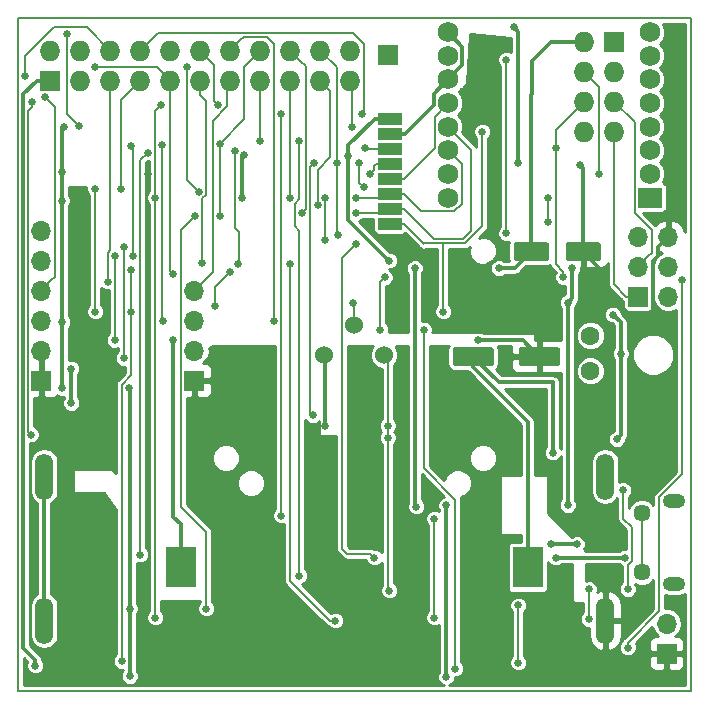
<source format=gbr>
%TF.GenerationSoftware,KiCad,Pcbnew,5.0.2-bee76a0~70~ubuntu18.04.1*%
%TF.CreationDate,2019-09-14T20:18:35+02:00*%
%TF.ProjectId,BT-Pcb-328P,42542d50-6362-42d3-9332-38502e6b6963,2.0*%
%TF.SameCoordinates,Original*%
%TF.FileFunction,Copper,L2,Bot*%
%TF.FilePolarity,Positive*%
%FSLAX46Y46*%
G04 Gerber Fmt 4.6, Leading zero omitted, Abs format (unit mm)*
G04 Created by KiCad (PCBNEW 5.0.2-bee76a0~70~ubuntu18.04.1) date sab 14 set 2019 20:18:35 CEST*
%MOMM*%
%LPD*%
G01*
G04 APERTURE LIST*
%ADD10C,0.150000*%
%ADD11C,1.524000*%
%ADD12O,1.727200X1.727200*%
%ADD13R,1.727200X1.727200*%
%ADD14C,1.600000*%
%ADD15R,2.000000X1.000000*%
%ADD16O,1.524000X3.962000*%
%ADD17R,2.540000X3.510000*%
%ADD18R,1.700000X1.700000*%
%ADD19O,1.700000X1.700000*%
%ADD20C,1.450000*%
%ADD21O,1.900000X1.200000*%
%ADD22R,2.000000X1.727200*%
%ADD23C,1.727200*%
%ADD24C,0.650000*%
%ADD25C,0.160000*%
%ADD26C,0.300000*%
%ADD27C,0.254000*%
G04 APERTURE END LIST*
D10*
X184040000Y-138320000D02*
X184040000Y-81320000D01*
X127040000Y-138320000D02*
X127040000Y-81320000D01*
X127040000Y-138320000D02*
X184040000Y-138320000D01*
X127040000Y-81320000D02*
X184040000Y-81320000D01*
D11*
X158080000Y-109820000D03*
X155540000Y-107280000D03*
X153000000Y-109820000D03*
D12*
X152654000Y-84074000D03*
X152654000Y-86614000D03*
X150114000Y-84074000D03*
X150114000Y-86614000D03*
X147574000Y-84074000D03*
X147574000Y-86614000D03*
X145034000Y-84074000D03*
X145034000Y-86614000D03*
X142494000Y-84074000D03*
X142494000Y-86614000D03*
X139954000Y-84074000D03*
X139954000Y-86614000D03*
D13*
X129794000Y-86614000D03*
D12*
X129794000Y-84074000D03*
X132334000Y-86614000D03*
X132334000Y-84074000D03*
X134874000Y-86614000D03*
X134874000Y-84074000D03*
X137414000Y-86614000D03*
X137414000Y-84074000D03*
X155194000Y-86614000D03*
X155194000Y-84074000D03*
X177546000Y-90932000D03*
X175006000Y-90932000D03*
X177546000Y-88392000D03*
X175006000Y-88392000D03*
X177546000Y-85852000D03*
X175006000Y-85852000D03*
D13*
X177546000Y-83312000D03*
D12*
X175006000Y-83312000D03*
D10*
G36*
X171794504Y-100293204D02*
X171818773Y-100296804D01*
X171842571Y-100302765D01*
X171865671Y-100311030D01*
X171887849Y-100321520D01*
X171908893Y-100334133D01*
X171928598Y-100348747D01*
X171946777Y-100365223D01*
X171963253Y-100383402D01*
X171977867Y-100403107D01*
X171990480Y-100424151D01*
X172000970Y-100446329D01*
X172009235Y-100469429D01*
X172015196Y-100493227D01*
X172018796Y-100517496D01*
X172020000Y-100542000D01*
X172020000Y-101642000D01*
X172018796Y-101666504D01*
X172015196Y-101690773D01*
X172009235Y-101714571D01*
X172000970Y-101737671D01*
X171990480Y-101759849D01*
X171977867Y-101780893D01*
X171963253Y-101800598D01*
X171946777Y-101818777D01*
X171928598Y-101835253D01*
X171908893Y-101849867D01*
X171887849Y-101862480D01*
X171865671Y-101872970D01*
X171842571Y-101881235D01*
X171818773Y-101887196D01*
X171794504Y-101890796D01*
X171770000Y-101892000D01*
X169270000Y-101892000D01*
X169245496Y-101890796D01*
X169221227Y-101887196D01*
X169197429Y-101881235D01*
X169174329Y-101872970D01*
X169152151Y-101862480D01*
X169131107Y-101849867D01*
X169111402Y-101835253D01*
X169093223Y-101818777D01*
X169076747Y-101800598D01*
X169062133Y-101780893D01*
X169049520Y-101759849D01*
X169039030Y-101737671D01*
X169030765Y-101714571D01*
X169024804Y-101690773D01*
X169021204Y-101666504D01*
X169020000Y-101642000D01*
X169020000Y-100542000D01*
X169021204Y-100517496D01*
X169024804Y-100493227D01*
X169030765Y-100469429D01*
X169039030Y-100446329D01*
X169049520Y-100424151D01*
X169062133Y-100403107D01*
X169076747Y-100383402D01*
X169093223Y-100365223D01*
X169111402Y-100348747D01*
X169131107Y-100334133D01*
X169152151Y-100321520D01*
X169174329Y-100311030D01*
X169197429Y-100302765D01*
X169221227Y-100296804D01*
X169245496Y-100293204D01*
X169270000Y-100292000D01*
X171770000Y-100292000D01*
X171794504Y-100293204D01*
X171794504Y-100293204D01*
G37*
D14*
X170520000Y-101092000D03*
D10*
G36*
X176194504Y-100293204D02*
X176218773Y-100296804D01*
X176242571Y-100302765D01*
X176265671Y-100311030D01*
X176287849Y-100321520D01*
X176308893Y-100334133D01*
X176328598Y-100348747D01*
X176346777Y-100365223D01*
X176363253Y-100383402D01*
X176377867Y-100403107D01*
X176390480Y-100424151D01*
X176400970Y-100446329D01*
X176409235Y-100469429D01*
X176415196Y-100493227D01*
X176418796Y-100517496D01*
X176420000Y-100542000D01*
X176420000Y-101642000D01*
X176418796Y-101666504D01*
X176415196Y-101690773D01*
X176409235Y-101714571D01*
X176400970Y-101737671D01*
X176390480Y-101759849D01*
X176377867Y-101780893D01*
X176363253Y-101800598D01*
X176346777Y-101818777D01*
X176328598Y-101835253D01*
X176308893Y-101849867D01*
X176287849Y-101862480D01*
X176265671Y-101872970D01*
X176242571Y-101881235D01*
X176218773Y-101887196D01*
X176194504Y-101890796D01*
X176170000Y-101892000D01*
X173670000Y-101892000D01*
X173645496Y-101890796D01*
X173621227Y-101887196D01*
X173597429Y-101881235D01*
X173574329Y-101872970D01*
X173552151Y-101862480D01*
X173531107Y-101849867D01*
X173511402Y-101835253D01*
X173493223Y-101818777D01*
X173476747Y-101800598D01*
X173462133Y-101780893D01*
X173449520Y-101759849D01*
X173439030Y-101737671D01*
X173430765Y-101714571D01*
X173424804Y-101690773D01*
X173421204Y-101666504D01*
X173420000Y-101642000D01*
X173420000Y-100542000D01*
X173421204Y-100517496D01*
X173424804Y-100493227D01*
X173430765Y-100469429D01*
X173439030Y-100446329D01*
X173449520Y-100424151D01*
X173462133Y-100403107D01*
X173476747Y-100383402D01*
X173493223Y-100365223D01*
X173511402Y-100348747D01*
X173531107Y-100334133D01*
X173552151Y-100321520D01*
X173574329Y-100311030D01*
X173597429Y-100302765D01*
X173621227Y-100296804D01*
X173645496Y-100293204D01*
X173670000Y-100292000D01*
X176170000Y-100292000D01*
X176194504Y-100293204D01*
X176194504Y-100293204D01*
G37*
D14*
X174920000Y-101092000D03*
D15*
X158560000Y-89834000D03*
X158560000Y-91104000D03*
X158560000Y-92374000D03*
X158560000Y-93644000D03*
X158560000Y-94914000D03*
X158560000Y-96184000D03*
X158560000Y-97454000D03*
X158560000Y-98724000D03*
D10*
G36*
X167126504Y-109183204D02*
X167150773Y-109186804D01*
X167174571Y-109192765D01*
X167197671Y-109201030D01*
X167219849Y-109211520D01*
X167240893Y-109224133D01*
X167260598Y-109238747D01*
X167278777Y-109255223D01*
X167295253Y-109273402D01*
X167309867Y-109293107D01*
X167322480Y-109314151D01*
X167332970Y-109336329D01*
X167341235Y-109359429D01*
X167347196Y-109383227D01*
X167350796Y-109407496D01*
X167352000Y-109432000D01*
X167352000Y-110532000D01*
X167350796Y-110556504D01*
X167347196Y-110580773D01*
X167341235Y-110604571D01*
X167332970Y-110627671D01*
X167322480Y-110649849D01*
X167309867Y-110670893D01*
X167295253Y-110690598D01*
X167278777Y-110708777D01*
X167260598Y-110725253D01*
X167240893Y-110739867D01*
X167219849Y-110752480D01*
X167197671Y-110762970D01*
X167174571Y-110771235D01*
X167150773Y-110777196D01*
X167126504Y-110780796D01*
X167102000Y-110782000D01*
X164102000Y-110782000D01*
X164077496Y-110780796D01*
X164053227Y-110777196D01*
X164029429Y-110771235D01*
X164006329Y-110762970D01*
X163984151Y-110752480D01*
X163963107Y-110739867D01*
X163943402Y-110725253D01*
X163925223Y-110708777D01*
X163908747Y-110690598D01*
X163894133Y-110670893D01*
X163881520Y-110649849D01*
X163871030Y-110627671D01*
X163862765Y-110604571D01*
X163856804Y-110580773D01*
X163853204Y-110556504D01*
X163852000Y-110532000D01*
X163852000Y-109432000D01*
X163853204Y-109407496D01*
X163856804Y-109383227D01*
X163862765Y-109359429D01*
X163871030Y-109336329D01*
X163881520Y-109314151D01*
X163894133Y-109293107D01*
X163908747Y-109273402D01*
X163925223Y-109255223D01*
X163943402Y-109238747D01*
X163963107Y-109224133D01*
X163984151Y-109211520D01*
X164006329Y-109201030D01*
X164029429Y-109192765D01*
X164053227Y-109186804D01*
X164077496Y-109183204D01*
X164102000Y-109182000D01*
X167102000Y-109182000D01*
X167126504Y-109183204D01*
X167126504Y-109183204D01*
G37*
D14*
X165602000Y-109982000D03*
D10*
G36*
X172726504Y-109183204D02*
X172750773Y-109186804D01*
X172774571Y-109192765D01*
X172797671Y-109201030D01*
X172819849Y-109211520D01*
X172840893Y-109224133D01*
X172860598Y-109238747D01*
X172878777Y-109255223D01*
X172895253Y-109273402D01*
X172909867Y-109293107D01*
X172922480Y-109314151D01*
X172932970Y-109336329D01*
X172941235Y-109359429D01*
X172947196Y-109383227D01*
X172950796Y-109407496D01*
X172952000Y-109432000D01*
X172952000Y-110532000D01*
X172950796Y-110556504D01*
X172947196Y-110580773D01*
X172941235Y-110604571D01*
X172932970Y-110627671D01*
X172922480Y-110649849D01*
X172909867Y-110670893D01*
X172895253Y-110690598D01*
X172878777Y-110708777D01*
X172860598Y-110725253D01*
X172840893Y-110739867D01*
X172819849Y-110752480D01*
X172797671Y-110762970D01*
X172774571Y-110771235D01*
X172750773Y-110777196D01*
X172726504Y-110780796D01*
X172702000Y-110782000D01*
X169702000Y-110782000D01*
X169677496Y-110780796D01*
X169653227Y-110777196D01*
X169629429Y-110771235D01*
X169606329Y-110762970D01*
X169584151Y-110752480D01*
X169563107Y-110739867D01*
X169543402Y-110725253D01*
X169525223Y-110708777D01*
X169508747Y-110690598D01*
X169494133Y-110670893D01*
X169481520Y-110649849D01*
X169471030Y-110627671D01*
X169462765Y-110604571D01*
X169456804Y-110580773D01*
X169453204Y-110556504D01*
X169452000Y-110532000D01*
X169452000Y-109432000D01*
X169453204Y-109407496D01*
X169456804Y-109383227D01*
X169462765Y-109359429D01*
X169471030Y-109336329D01*
X169481520Y-109314151D01*
X169494133Y-109293107D01*
X169508747Y-109273402D01*
X169525223Y-109255223D01*
X169543402Y-109238747D01*
X169563107Y-109224133D01*
X169584151Y-109211520D01*
X169606329Y-109201030D01*
X169629429Y-109192765D01*
X169653227Y-109186804D01*
X169677496Y-109183204D01*
X169702000Y-109182000D01*
X172702000Y-109182000D01*
X172726504Y-109183204D01*
X172726504Y-109183204D01*
G37*
D14*
X171202000Y-109982000D03*
D16*
X176784000Y-120142000D03*
X129284000Y-120142000D03*
X176786000Y-132334000D03*
X129286000Y-132334000D03*
D17*
X170220000Y-127838000D03*
X140860000Y-127838000D03*
D18*
X181991000Y-135128000D03*
D19*
X181991000Y-132588000D03*
D18*
X158369000Y-84455000D03*
X141986000Y-112014000D03*
D19*
X141986000Y-109474000D03*
X141986000Y-106934000D03*
X141986000Y-104394000D03*
D18*
X179578000Y-104902000D03*
D19*
X182118000Y-104902000D03*
X179578000Y-102362000D03*
X182118000Y-102362000D03*
X179578000Y-99822000D03*
X182118000Y-99822000D03*
D18*
X129032000Y-112014000D03*
D19*
X129032000Y-109474000D03*
X129032000Y-106934000D03*
X129032000Y-104394000D03*
X129032000Y-101854000D03*
X129032000Y-99314000D03*
D20*
X179893500Y-128230000D03*
X179893500Y-123230000D03*
D21*
X182593500Y-129230000D03*
X182593500Y-122230000D03*
D14*
X175514000Y-108204000D03*
X175514000Y-111204000D03*
D22*
X180567000Y-96520000D03*
D23*
X180567000Y-94520000D03*
X180567000Y-92520000D03*
X180567000Y-90520000D03*
X180567000Y-88520000D03*
X180567000Y-86520000D03*
X180567000Y-84520000D03*
X180567000Y-82520000D03*
X163467000Y-82520000D03*
X163467000Y-84520000D03*
X163467000Y-86520000D03*
X163467000Y-88520000D03*
X163467000Y-90520000D03*
X163467000Y-92520000D03*
X163467000Y-94520000D03*
X163467000Y-96520000D03*
D24*
X171958000Y-96520000D03*
X171958000Y-98552000D03*
X166370000Y-90932000D03*
X133604000Y-85471000D03*
X140208000Y-102997000D03*
X163068000Y-106172000D03*
X158496000Y-101854000D03*
X130767001Y-96774000D03*
X130810000Y-107061000D03*
X130810000Y-112649000D03*
X173609000Y-105410000D03*
X173609000Y-122555000D03*
X160655000Y-102489000D03*
X146020000Y-96520000D03*
X146187778Y-92937000D03*
X155026999Y-92964000D03*
X163322000Y-122585000D03*
X136536999Y-137044999D03*
X136446500Y-112649000D03*
X173990000Y-102489000D03*
X167767000Y-102489000D03*
X130937000Y-90551000D03*
X130810000Y-94342000D03*
X163322133Y-137094903D03*
X160782000Y-122682000D03*
X136536999Y-131318000D03*
X174625000Y-93726000D03*
X169418000Y-93599000D03*
X169037000Y-82098399D03*
X140208000Y-108585000D03*
X165989000Y-108585000D03*
X168402000Y-134493000D03*
X130937000Y-131953000D03*
X176657000Y-102616000D03*
X153035000Y-115824000D03*
X130810000Y-117856000D03*
X134747000Y-109728000D03*
X171577000Y-114173000D03*
X175133000Y-115189000D03*
X181610000Y-116205000D03*
X168402000Y-115697000D03*
X162814000Y-114300000D03*
X181610000Y-106934000D03*
X182880000Y-97790000D03*
X168402000Y-101092000D03*
X158496000Y-104267000D03*
X155956000Y-117475000D03*
X135128000Y-127508000D03*
X155702000Y-115824000D03*
X138049000Y-94488000D03*
X159385000Y-100203000D03*
X176403000Y-123317000D03*
X157480000Y-133350000D03*
X152426001Y-97185000D03*
X151130000Y-97790000D03*
X155702000Y-97790000D03*
X172593000Y-92329000D03*
X153035000Y-100076000D03*
X153035000Y-96520000D03*
X155702000Y-96520000D03*
X173228000Y-103251000D03*
X150114000Y-96520000D03*
X176276000Y-94488000D03*
X154178000Y-99695000D03*
X154050399Y-93599000D03*
X156845000Y-94520000D03*
X144145000Y-91948000D03*
X144145000Y-98044000D03*
X142073077Y-98044000D03*
X143002000Y-131318000D03*
X147574000Y-91694000D03*
X150849999Y-91694000D03*
X150876000Y-128524000D03*
X139289000Y-92075000D03*
X148717000Y-106934000D03*
X139319000Y-106934000D03*
X138684000Y-96520000D03*
X139192000Y-88646000D03*
X144018000Y-88646000D03*
X138684000Y-132080000D03*
X153924000Y-132334000D03*
X150114000Y-102108000D03*
X142678077Y-102048945D03*
X143764000Y-105664000D03*
X145034000Y-102789849D03*
X132207000Y-90424000D03*
X131191000Y-82677000D03*
X136779000Y-101473000D03*
X136652000Y-92137000D03*
X157734000Y-107696000D03*
X158115000Y-103281000D03*
X161417000Y-107696000D03*
X164084000Y-136398000D03*
X128524000Y-136144000D03*
X128270000Y-88392000D03*
X128143000Y-116586000D03*
X158369000Y-115824000D03*
X158369000Y-116840000D03*
X158496000Y-129794000D03*
X134650000Y-103632000D03*
X127640000Y-86233000D03*
X129325243Y-88047456D03*
X135763000Y-95758000D03*
X133604000Y-95758000D03*
X133604000Y-106172000D03*
X136622000Y-102616000D03*
X136622000Y-106172000D03*
X135841499Y-135763000D03*
X183261000Y-103505000D03*
X178689000Y-134620000D03*
X169418000Y-131058490D03*
X169418000Y-135890000D03*
X149352000Y-89408000D03*
X156210000Y-89408000D03*
X178308000Y-121285000D03*
X178689000Y-129667000D03*
X175387000Y-132207000D03*
X175387000Y-129667000D03*
X162306000Y-132080000D03*
X162306000Y-123698000D03*
X149352000Y-123444000D03*
X155321000Y-90551000D03*
X155956000Y-93599000D03*
X156337000Y-95631000D03*
X155702000Y-100457000D03*
X157226000Y-127000000D03*
X142367000Y-96017510D03*
X141351000Y-85471000D03*
X172339000Y-118110000D03*
X155448000Y-105410000D03*
X168402000Y-99551226D03*
X168402000Y-84836000D03*
X156464000Y-92329000D03*
X145415000Y-92583000D03*
X145669000Y-102108000D03*
X152146000Y-93599000D03*
X152019000Y-114935000D03*
X135255000Y-101473000D03*
X135255000Y-108585000D03*
X178435000Y-127000000D03*
X172593000Y-127000000D03*
X138049000Y-92710000D03*
X137414000Y-126746000D03*
X136017000Y-100711000D03*
X136017000Y-110109000D03*
X172212000Y-125857000D03*
X174371000Y-125857000D03*
X177419000Y-106426000D03*
X177766999Y-116967000D03*
X131572000Y-110998000D03*
X131572000Y-113919000D03*
X178091998Y-109728000D03*
D25*
X171958000Y-96520000D02*
X171958000Y-98552000D01*
X166370000Y-98925307D02*
X166370000Y-90932000D01*
X164900448Y-100394859D02*
X166370000Y-98925307D01*
X158560000Y-98724000D02*
X159720000Y-98724000D01*
X161390859Y-100394859D02*
X164900448Y-100394859D01*
X159720000Y-98724000D02*
X161390859Y-100394859D01*
X139090401Y-85750401D02*
X139954000Y-86614000D01*
X138810399Y-85470399D02*
X139090401Y-85750401D01*
X134064220Y-85470399D02*
X138810399Y-85470399D01*
X134063619Y-85471000D02*
X134064220Y-85470399D01*
X133604000Y-85471000D02*
X134063619Y-85471000D01*
X139954000Y-86614000D02*
X139954000Y-102743000D01*
X139954000Y-102743000D02*
X140208000Y-102997000D01*
X161417000Y-100421000D02*
X161390859Y-100394859D01*
X163068000Y-106172000D02*
X163068000Y-100457000D01*
D26*
X170520000Y-87798000D02*
X170561000Y-87757000D01*
X170520000Y-101092000D02*
X170520000Y-87798000D01*
X170561000Y-87757000D02*
X170561000Y-84963000D01*
X172212000Y-83312000D02*
X175006000Y-83312000D01*
X170561000Y-84963000D02*
X172212000Y-83312000D01*
X155026999Y-98384999D02*
X158496000Y-101854000D01*
X158560000Y-89834000D02*
X157260000Y-89834000D01*
X157260000Y-89834000D02*
X155026999Y-92067001D01*
X169123000Y-102489000D02*
X170520000Y-101092000D01*
X130767001Y-96774000D02*
X130767001Y-107018001D01*
X130767001Y-107018001D02*
X130810000Y-107061000D01*
X130810000Y-107061000D02*
X130810000Y-112649000D01*
X173609000Y-105410000D02*
X173609000Y-122555000D01*
X160655000Y-122555000D02*
X160655000Y-102489000D01*
X146020000Y-96520000D02*
X146020000Y-93104778D01*
X146020000Y-93104778D02*
X146187778Y-92937000D01*
X155026999Y-92964000D02*
X155026999Y-98384999D01*
X155026999Y-92067001D02*
X155026999Y-92964000D01*
X163322000Y-135001000D02*
X163322000Y-122585000D01*
X136536999Y-130440999D02*
X136525000Y-130429000D01*
X136525000Y-130429000D02*
X136525000Y-112727500D01*
X136525000Y-112727500D02*
X136446500Y-112649000D01*
X167767000Y-102489000D02*
X169123000Y-102489000D01*
X173990000Y-105029000D02*
X173990000Y-102489000D01*
X173609000Y-105410000D02*
X173990000Y-105029000D01*
X130767001Y-96774000D02*
X130767001Y-90720999D01*
X130767001Y-90720999D02*
X130937000Y-90551000D01*
X163322133Y-135001133D02*
X163322133Y-137094903D01*
X163322000Y-135001000D02*
X163322133Y-135001133D01*
X160655000Y-122555000D02*
X160782000Y-122682000D01*
X136536999Y-137044999D02*
X136536999Y-131318000D01*
X136536999Y-131318000D02*
X136536999Y-130440999D01*
X164680601Y-83733601D02*
X163467000Y-82520000D01*
X164680601Y-85306399D02*
X164680601Y-83733601D01*
X163467000Y-86520000D02*
X164680601Y-85306399D01*
X162253399Y-87733601D02*
X163467000Y-86520000D01*
X162253399Y-88710601D02*
X162253399Y-87733601D01*
X159860000Y-91104000D02*
X162253399Y-88710601D01*
X158560000Y-91104000D02*
X159860000Y-91104000D01*
X174920000Y-101092000D02*
X174920000Y-94021000D01*
X174920000Y-94021000D02*
X174625000Y-93726000D01*
X169418000Y-82479399D02*
X169037000Y-82098399D01*
X169418000Y-93599000D02*
X169418000Y-82479399D01*
X169805000Y-108585000D02*
X171202000Y-109982000D01*
X165989000Y-108585000D02*
X169805000Y-108585000D01*
X176444000Y-102616000D02*
X174920000Y-101092000D01*
X176657000Y-102616000D02*
X176444000Y-102616000D01*
X153035000Y-109855000D02*
X153000000Y-109820000D01*
X153035000Y-115824000D02*
X153035000Y-109855000D01*
X181268001Y-101435997D02*
X180848000Y-101855998D01*
X182118000Y-99822000D02*
X181268001Y-100671999D01*
X181268001Y-100671999D02*
X181268001Y-101435997D01*
X180848000Y-101855998D02*
X180848000Y-106553000D01*
X167250631Y-101962912D02*
X166811722Y-102174278D01*
X167796544Y-101416999D02*
X167250631Y-101962912D01*
X168402000Y-101092000D02*
X168077001Y-101416999D01*
X168077001Y-101416999D02*
X167796544Y-101416999D01*
X166811722Y-102174278D02*
X165862000Y-103124000D01*
X140208000Y-123531000D02*
X140208000Y-108585000D01*
X140860000Y-127838000D02*
X140860000Y-124183000D01*
X140860000Y-124183000D02*
X140208000Y-123531000D01*
D25*
X180427999Y-101512001D02*
X179578000Y-102362000D01*
X180708001Y-101231999D02*
X180427999Y-101512001D01*
X180708001Y-99279599D02*
X180708001Y-101231999D01*
X179286999Y-97858597D02*
X180708001Y-99279599D01*
X179286999Y-90132999D02*
X179286999Y-97858597D01*
X177546000Y-88392000D02*
X179286999Y-90132999D01*
X162323399Y-89663601D02*
X163467000Y-88520000D01*
X162323399Y-92310601D02*
X162323399Y-89663601D01*
X159720000Y-94914000D02*
X162323399Y-92310601D01*
X158560000Y-94914000D02*
X159720000Y-94914000D01*
X152426001Y-94214401D02*
X152426001Y-97185000D01*
X153517599Y-93122803D02*
X152426001Y-94214401D01*
X152654000Y-86614000D02*
X153517599Y-87477599D01*
X153517599Y-87477599D02*
X153517599Y-93122803D01*
X178568000Y-104902000D02*
X177546000Y-103880000D01*
X177546000Y-103880000D02*
X177546000Y-90932000D01*
X179578000Y-104902000D02*
X178568000Y-104902000D01*
X165418830Y-92471830D02*
X163467000Y-90520000D01*
X165418830Y-99367346D02*
X165418830Y-92471830D01*
X164751327Y-100034849D02*
X165418830Y-99367346D01*
X162300849Y-100034849D02*
X164751327Y-100034849D01*
X159720000Y-97454000D02*
X162300849Y-100034849D01*
X158560000Y-97454000D02*
X159720000Y-97454000D01*
X150977599Y-84937599D02*
X150114000Y-84074000D01*
X151454999Y-85414999D02*
X150977599Y-84937599D01*
X151454999Y-97465001D02*
X151454999Y-85414999D01*
X151130000Y-97790000D02*
X151454999Y-97465001D01*
X158224000Y-97790000D02*
X158560000Y-97454000D01*
X155702000Y-97790000D02*
X158224000Y-97790000D01*
X175006000Y-88392000D02*
X172593000Y-90805000D01*
X172593000Y-90805000D02*
X172593000Y-92329000D01*
X164610601Y-93663601D02*
X163467000Y-92520000D01*
X164610601Y-97068929D02*
X164610601Y-93663601D01*
X164015929Y-97663601D02*
X164610601Y-97068929D01*
X161199601Y-97663601D02*
X164015929Y-97663601D01*
X159720000Y-96184000D02*
X161199601Y-97663601D01*
X158560000Y-96184000D02*
X159720000Y-96184000D01*
X153035000Y-100076000D02*
X153035000Y-96520000D01*
X158224000Y-96520000D02*
X158560000Y-96184000D01*
X155702000Y-96520000D02*
X158224000Y-96520000D01*
X172593000Y-102156381D02*
X172593000Y-92329000D01*
X173228000Y-102791381D02*
X172593000Y-102156381D01*
X173228000Y-103251000D02*
X173228000Y-102791381D01*
X150114000Y-86614000D02*
X150114000Y-96520000D01*
X176276000Y-87122000D02*
X175006000Y-85852000D01*
X176276000Y-94488000D02*
X176276000Y-87122000D01*
X154050399Y-99567399D02*
X154178000Y-99695000D01*
X152654000Y-84074000D02*
X154050399Y-85470399D01*
X154050399Y-85470399D02*
X154050399Y-93599000D01*
X154050399Y-93599000D02*
X154050399Y-99567399D01*
X157169999Y-93874001D02*
X157400000Y-93644000D01*
X157400000Y-93644000D02*
X158560000Y-93644000D01*
X157169999Y-94195001D02*
X157169999Y-93874001D01*
X156845000Y-94520000D02*
X157169999Y-94195001D01*
X146199283Y-89893717D02*
X144145000Y-91948000D01*
X147574000Y-84074000D02*
X146199283Y-85448717D01*
X146199283Y-85448717D02*
X146199283Y-89893717D01*
X144145000Y-91948000D02*
X144145000Y-98044000D01*
X140855999Y-99261078D02*
X142073077Y-98044000D01*
X140855999Y-122704997D02*
X140855999Y-99261078D01*
X143002000Y-131318000D02*
X143002000Y-124850998D01*
X143002000Y-124850998D02*
X140855999Y-122704997D01*
X147574000Y-91694000D02*
X147574000Y-86614000D01*
X150849999Y-96679403D02*
X150849999Y-91694000D01*
X150495000Y-98933000D02*
X150495000Y-97034402D01*
X150495000Y-97034402D02*
X150849999Y-96679403D01*
X150876000Y-99314000D02*
X150876000Y-128524000D01*
X150495000Y-98933000D02*
X150876000Y-99314000D01*
X139289000Y-92075000D02*
X139289000Y-106904000D01*
X146177601Y-82930399D02*
X145897599Y-83210401D01*
X145897599Y-83210401D02*
X145034000Y-84074000D01*
X148122929Y-82930399D02*
X146177601Y-82930399D01*
X148717601Y-83525071D02*
X148122929Y-82930399D01*
X148717601Y-106933399D02*
X148717601Y-83525071D01*
X148717601Y-106933399D02*
X148717000Y-106934000D01*
X139289000Y-106904000D02*
X139319000Y-106934000D01*
X144780000Y-86868000D02*
X145034000Y-86614000D01*
X144780000Y-88779402D02*
X144780000Y-86868000D01*
X143539999Y-102840001D02*
X143539999Y-90019403D01*
X143539999Y-90019403D02*
X144780000Y-88779402D01*
X141986000Y-104394000D02*
X143539999Y-102840001D01*
X138684000Y-96520000D02*
X138684000Y-89154000D01*
X138684000Y-89154000D02*
X139192000Y-88646000D01*
X143357599Y-84937599D02*
X142494000Y-84074000D01*
X143693001Y-88321001D02*
X143693001Y-85273001D01*
X143693001Y-85273001D02*
X143357599Y-84937599D01*
X144018000Y-88646000D02*
X143693001Y-88321001D01*
X138684000Y-96520000D02*
X138684000Y-132080000D01*
X142494000Y-87835314D02*
X142494000Y-86614000D01*
X142972001Y-88313315D02*
X142494000Y-87835314D01*
X142972001Y-96307911D02*
X142972001Y-88313315D01*
X142678077Y-96601835D02*
X142972001Y-96307911D01*
X142678077Y-102048945D02*
X142678077Y-96601835D01*
X150114000Y-128983619D02*
X150114000Y-102108000D01*
X153924000Y-132334000D02*
X153464381Y-132334000D01*
X153464381Y-132334000D02*
X150114000Y-128983619D01*
X143764000Y-104059849D02*
X145034000Y-102789849D01*
X143764000Y-105664000D02*
X143764000Y-104059849D01*
X131190399Y-82677601D02*
X131191000Y-82677000D01*
X132207000Y-90424000D02*
X131190399Y-89407399D01*
X131190399Y-89407399D02*
X131190399Y-82677601D01*
X136779000Y-101473000D02*
X136779000Y-92264000D01*
X136779000Y-92264000D02*
X136652000Y-92137000D01*
X157734000Y-103662000D02*
X158115000Y-103281000D01*
X157734000Y-107696000D02*
X157734000Y-103662000D01*
X161417000Y-119423177D02*
X161417000Y-107696000D01*
X164084000Y-122090177D02*
X161417000Y-119423177D01*
X164084000Y-136398000D02*
X164084000Y-122090177D01*
D26*
X129794000Y-86614000D02*
X128630400Y-86614000D01*
X128630400Y-86614000D02*
X127465010Y-87779390D01*
X128524000Y-135684381D02*
X127465010Y-134625391D01*
X127465010Y-134625391D02*
X127465010Y-87779390D01*
X128524000Y-136144000D02*
X128524000Y-135684381D01*
D25*
X128270000Y-88851619D02*
X127895020Y-89226599D01*
X128270000Y-88392000D02*
X128270000Y-88851619D01*
X127895020Y-89226599D02*
X127895020Y-116338020D01*
X127895020Y-116338020D02*
X128143000Y-116586000D01*
X158369000Y-110109000D02*
X158080000Y-109820000D01*
X158369000Y-115824000D02*
X158369000Y-110109000D01*
X158369000Y-116840000D02*
X158369000Y-115824000D01*
X158369000Y-116840000D02*
X158369000Y-129667000D01*
X158369000Y-129667000D02*
X158496000Y-129794000D01*
X134650000Y-101182598D02*
X134650000Y-103632000D01*
X134874000Y-86614000D02*
X134874000Y-100958598D01*
X134874000Y-100958598D02*
X134650000Y-101182598D01*
X127640000Y-84535470D02*
X127640000Y-86233000D01*
X130103471Y-82071999D02*
X127640000Y-84535470D01*
X134874000Y-84074000D02*
X132871999Y-82071999D01*
X132871999Y-82071999D02*
X130103471Y-82071999D01*
X129881999Y-103544001D02*
X129032000Y-104394000D01*
X130162001Y-103263999D02*
X129881999Y-103544001D01*
X130162001Y-88884214D02*
X130162001Y-103263999D01*
X129325243Y-88047456D02*
X130162001Y-88884214D01*
X137414000Y-86614000D02*
X135763000Y-88265000D01*
X135763000Y-88265000D02*
X135763000Y-95758000D01*
X133604000Y-95758000D02*
X133604000Y-106172000D01*
X136622000Y-102616000D02*
X136622000Y-106172000D01*
X136622000Y-106172000D02*
X136622000Y-111578098D01*
X136622000Y-111578098D02*
X135841499Y-112358599D01*
X135841499Y-112358599D02*
X135841499Y-135763000D01*
X178689000Y-134217598D02*
X178689000Y-134620000D01*
X181363490Y-131543108D02*
X178689000Y-134217598D01*
X181363490Y-121865488D02*
X181363490Y-131543108D01*
X183261000Y-103505000D02*
X183261000Y-119967978D01*
X183261000Y-119967978D02*
X181363490Y-121865488D01*
X169418000Y-131058490D02*
X169418000Y-135890000D01*
X156337601Y-89280399D02*
X156210000Y-89408000D01*
X156337601Y-83525071D02*
X156337601Y-89280399D01*
X155382919Y-82570389D02*
X156337601Y-83525071D01*
X137414000Y-84074000D02*
X138917611Y-82570389D01*
X138917611Y-82570389D02*
X155382919Y-82570389D01*
X178308000Y-121285000D02*
X178308000Y-123698000D01*
X178689000Y-127641402D02*
X178689000Y-129667000D01*
X179040001Y-127290401D02*
X178689000Y-127641402D01*
X178308000Y-123698000D02*
X179040001Y-124430001D01*
X179040001Y-124430001D02*
X179040001Y-127290401D01*
X149352000Y-89408000D02*
X149352000Y-117729000D01*
X149352000Y-117729000D02*
X149352000Y-117983000D01*
X175387000Y-132207000D02*
X175387000Y-129667000D01*
X162306000Y-132080000D02*
X162306000Y-123698000D01*
X149352000Y-123444000D02*
X149352000Y-117729000D01*
X155321000Y-86741000D02*
X155194000Y-86614000D01*
X155321000Y-90551000D02*
X155321000Y-86741000D01*
X155956000Y-93599000D02*
X155956000Y-95250000D01*
X155956000Y-95250000D02*
X156337000Y-95631000D01*
X155702000Y-100457000D02*
X154497999Y-101661001D01*
X154935000Y-126675001D02*
X154497999Y-126238000D01*
X156901001Y-126675001D02*
X154935000Y-126675001D01*
X154497999Y-101661001D02*
X154497999Y-126238000D01*
X157226000Y-127000000D02*
X156901001Y-126675001D01*
X141350399Y-85471601D02*
X141351000Y-85471000D01*
X142367000Y-96017510D02*
X141350399Y-95000909D01*
X141350399Y-95000909D02*
X141350399Y-85471601D01*
D26*
X165602000Y-110882000D02*
X170220000Y-115500000D01*
X165602000Y-109982000D02*
X165602000Y-110882000D01*
X176784000Y-120142000D02*
X176784000Y-121361000D01*
X165602000Y-109982000D02*
X167761000Y-112141000D01*
X167761000Y-112141000D02*
X172339000Y-112141000D01*
X172339000Y-118110000D02*
X172339000Y-112141000D01*
X170220000Y-127838000D02*
X170220000Y-115500000D01*
X129286000Y-120144000D02*
X129284000Y-120142000D01*
X129286000Y-132334000D02*
X129286000Y-120144000D01*
D25*
X155540000Y-107280000D02*
X155540000Y-105502000D01*
X155540000Y-105502000D02*
X155448000Y-105410000D01*
X168402000Y-99551226D02*
X168402000Y-84836000D01*
X158560000Y-92374000D02*
X156509000Y-92374000D01*
X156509000Y-92374000D02*
X156464000Y-92329000D01*
X145768829Y-102008171D02*
X145669000Y-102108000D01*
X145768829Y-99419197D02*
X145768829Y-102008171D01*
X145415000Y-92583000D02*
X145415000Y-99065368D01*
X145415000Y-99065368D02*
X145768829Y-99419197D01*
X151821001Y-114737001D02*
X152019000Y-114935000D01*
X152146000Y-93599000D02*
X151821001Y-93923999D01*
X151821001Y-93923999D02*
X151821001Y-114737001D01*
X135255000Y-101473000D02*
X135255000Y-108585000D01*
D26*
X178435000Y-127000000D02*
X172593000Y-127000000D01*
D25*
X138049000Y-92710000D02*
X137414000Y-93345000D01*
X137414000Y-93345000D02*
X137414000Y-126746000D01*
X136017000Y-100711000D02*
X136017000Y-110109000D01*
X179893500Y-128230000D02*
X179893500Y-123230000D01*
D26*
X172212000Y-125857000D02*
X174371000Y-125857000D01*
X177486196Y-106493196D02*
X177419000Y-106426000D01*
X178091998Y-107098998D02*
X177419000Y-106426000D01*
X177766999Y-116967000D02*
X178091998Y-116642001D01*
X178091998Y-109728000D02*
X178091998Y-107098998D01*
X178091998Y-116642001D02*
X178091998Y-109728000D01*
X131572000Y-110998000D02*
X131572000Y-113919000D01*
D27*
G36*
X138177000Y-95963511D02*
X138046485Y-96094026D01*
X137932000Y-96370418D01*
X137932000Y-96669582D01*
X138046485Y-96945974D01*
X138177000Y-97076489D01*
X138177001Y-131523510D01*
X138046485Y-131654026D01*
X137932000Y-131930418D01*
X137932000Y-132229582D01*
X138046485Y-132505974D01*
X138258026Y-132717515D01*
X138534418Y-132832000D01*
X138833582Y-132832000D01*
X139109974Y-132717515D01*
X139321515Y-132505974D01*
X139436000Y-132229582D01*
X139436000Y-131930418D01*
X139321515Y-131654026D01*
X139191000Y-131523511D01*
X139191000Y-130682801D01*
X139192000Y-130683000D01*
X142494000Y-130683000D01*
X142495000Y-130682801D01*
X142495000Y-130761511D01*
X142364485Y-130892026D01*
X142250000Y-131168418D01*
X142250000Y-131467582D01*
X142364485Y-131743974D01*
X142576026Y-131955515D01*
X142852418Y-132070000D01*
X143151582Y-132070000D01*
X143427974Y-131955515D01*
X143639515Y-131743974D01*
X143754000Y-131467582D01*
X143754000Y-131168418D01*
X143639515Y-130892026D01*
X143509000Y-130761511D01*
X143509000Y-124900928D01*
X143518932Y-124850998D01*
X143507898Y-124795527D01*
X143479583Y-124653177D01*
X143367526Y-124485472D01*
X143325196Y-124457188D01*
X141362999Y-122494992D01*
X141362999Y-120485880D01*
X145613000Y-120485880D01*
X145613000Y-120954120D01*
X145792187Y-121386717D01*
X146123283Y-121717813D01*
X146555880Y-121897000D01*
X147024120Y-121897000D01*
X147456717Y-121717813D01*
X147787813Y-121386717D01*
X147967000Y-120954120D01*
X147967000Y-120485880D01*
X147787813Y-120053283D01*
X147456717Y-119722187D01*
X147024120Y-119543000D01*
X146555880Y-119543000D01*
X146123283Y-119722187D01*
X145792187Y-120053283D01*
X145613000Y-120485880D01*
X141362999Y-120485880D01*
X141362999Y-118335880D01*
X143463000Y-118335880D01*
X143463000Y-118804120D01*
X143642187Y-119236717D01*
X143973283Y-119567813D01*
X144405880Y-119747000D01*
X144874120Y-119747000D01*
X145306717Y-119567813D01*
X145637813Y-119236717D01*
X145817000Y-118804120D01*
X145817000Y-118335880D01*
X145637813Y-117903283D01*
X145306717Y-117572187D01*
X144874120Y-117393000D01*
X144405880Y-117393000D01*
X143973283Y-117572187D01*
X143642187Y-117903283D01*
X143463000Y-118335880D01*
X141362999Y-118335880D01*
X141362999Y-113499000D01*
X141700250Y-113499000D01*
X141859000Y-113340250D01*
X141859000Y-112141000D01*
X142113000Y-112141000D01*
X142113000Y-113340250D01*
X142271750Y-113499000D01*
X142962309Y-113499000D01*
X143195698Y-113402327D01*
X143374327Y-113223699D01*
X143471000Y-112990310D01*
X143471000Y-112299750D01*
X143312250Y-112141000D01*
X142113000Y-112141000D01*
X141859000Y-112141000D01*
X141839000Y-112141000D01*
X141839000Y-111887000D01*
X141859000Y-111887000D01*
X141859000Y-111867000D01*
X142113000Y-111867000D01*
X142113000Y-111887000D01*
X143312250Y-111887000D01*
X143471000Y-111728250D01*
X143471000Y-111037690D01*
X143374327Y-110804301D01*
X143195698Y-110625673D01*
X142962309Y-110529000D01*
X142705618Y-110529000D01*
X142906665Y-110394665D01*
X143188907Y-109972260D01*
X143288017Y-109474000D01*
X143248237Y-109274011D01*
X143545612Y-109093000D01*
X148845001Y-109093000D01*
X148845001Y-117679064D01*
X148845000Y-117679069D01*
X148845000Y-118032932D01*
X148845001Y-118032937D01*
X148845000Y-122887511D01*
X148714485Y-123018026D01*
X148600000Y-123294418D01*
X148600000Y-123593582D01*
X148714485Y-123869974D01*
X148926026Y-124081515D01*
X149202418Y-124196000D01*
X149501582Y-124196000D01*
X149607000Y-124152334D01*
X149607000Y-128933692D01*
X149597069Y-128983619D01*
X149607000Y-129033546D01*
X149607000Y-129033550D01*
X149636417Y-129181439D01*
X149748474Y-129349145D01*
X149790807Y-129377431D01*
X153070573Y-132657199D01*
X153098855Y-132699526D01*
X153141182Y-132727808D01*
X153141184Y-132727810D01*
X153223786Y-132783003D01*
X153266560Y-132811583D01*
X153355856Y-132829345D01*
X153498026Y-132971515D01*
X153774418Y-133086000D01*
X154073582Y-133086000D01*
X154349974Y-132971515D01*
X154561515Y-132759974D01*
X154676000Y-132483582D01*
X154676000Y-132184418D01*
X154561515Y-131908026D01*
X154349974Y-131696485D01*
X154073582Y-131582000D01*
X153774418Y-131582000D01*
X153530445Y-131683057D01*
X151094740Y-129247354D01*
X151301974Y-129161515D01*
X151513515Y-128949974D01*
X151628000Y-128673582D01*
X151628000Y-128374418D01*
X151513515Y-128098026D01*
X151383000Y-127967511D01*
X151383000Y-115362489D01*
X151593026Y-115572515D01*
X151869418Y-115687000D01*
X152168582Y-115687000D01*
X152444974Y-115572515D01*
X152551866Y-115465623D01*
X152527031Y-116583178D01*
X152536667Y-116634601D01*
X152564197Y-116675803D01*
X152605399Y-116703333D01*
X152654000Y-116713000D01*
X153991000Y-116713000D01*
X153991000Y-126188068D01*
X153981068Y-126238000D01*
X154020417Y-126435821D01*
X154048052Y-126477179D01*
X154132474Y-126603526D01*
X154174804Y-126631810D01*
X154541190Y-126998196D01*
X154569474Y-127040527D01*
X154737179Y-127152584D01*
X154885068Y-127182001D01*
X154885069Y-127182001D01*
X154935000Y-127191933D01*
X154984930Y-127182001D01*
X156487428Y-127182001D01*
X156588485Y-127425974D01*
X156800026Y-127637515D01*
X157076418Y-127752000D01*
X157375582Y-127752000D01*
X157651974Y-127637515D01*
X157862001Y-127427488D01*
X157862001Y-129364510D01*
X157858485Y-129368026D01*
X157744000Y-129644418D01*
X157744000Y-129943582D01*
X157858485Y-130219974D01*
X158070026Y-130431515D01*
X158346418Y-130546000D01*
X158645582Y-130546000D01*
X158921974Y-130431515D01*
X159133515Y-130219974D01*
X159248000Y-129943582D01*
X159248000Y-129644418D01*
X159133515Y-129368026D01*
X158921974Y-129156485D01*
X158876000Y-129137442D01*
X158876000Y-117396489D01*
X159006515Y-117265974D01*
X159121000Y-116989582D01*
X159121000Y-116690418D01*
X159006515Y-116414026D01*
X158924489Y-116332000D01*
X159006515Y-116249974D01*
X159121000Y-115973582D01*
X159121000Y-115674418D01*
X159006515Y-115398026D01*
X158876000Y-115267511D01*
X158876000Y-110705500D01*
X159087986Y-110493514D01*
X159269000Y-110056507D01*
X159269000Y-109583493D01*
X159087986Y-109146486D01*
X159034500Y-109093000D01*
X160078001Y-109093000D01*
X160078000Y-122416535D01*
X160030000Y-122532418D01*
X160030000Y-122831582D01*
X160144485Y-123107974D01*
X160356026Y-123319515D01*
X160632418Y-123434000D01*
X160931582Y-123434000D01*
X161207974Y-123319515D01*
X161419515Y-123107974D01*
X161534000Y-122831582D01*
X161534000Y-122532418D01*
X161419515Y-122256026D01*
X161232000Y-122068511D01*
X161232000Y-119955182D01*
X163128153Y-121851335D01*
X162896026Y-121947485D01*
X162684485Y-122159026D01*
X162570000Y-122435418D01*
X162570000Y-122734582D01*
X162684485Y-123010974D01*
X162745001Y-123071490D01*
X162745001Y-123073512D01*
X162731974Y-123060485D01*
X162455582Y-122946000D01*
X162156418Y-122946000D01*
X161880026Y-123060485D01*
X161668485Y-123272026D01*
X161554000Y-123548418D01*
X161554000Y-123847582D01*
X161668485Y-124123974D01*
X161799001Y-124254490D01*
X161799000Y-131523511D01*
X161668485Y-131654026D01*
X161554000Y-131930418D01*
X161554000Y-132229582D01*
X161668485Y-132505974D01*
X161880026Y-132717515D01*
X162156418Y-132832000D01*
X162455582Y-132832000D01*
X162731974Y-132717515D01*
X162745000Y-132704489D01*
X162745000Y-134944172D01*
X162733696Y-135001000D01*
X162745000Y-135057828D01*
X162745133Y-135058497D01*
X162745134Y-136608413D01*
X162684618Y-136668929D01*
X162570133Y-136945321D01*
X162570133Y-137244485D01*
X162684618Y-137520877D01*
X162896159Y-137732418D01*
X163102773Y-137818000D01*
X127542000Y-137818000D01*
X127542000Y-135518381D01*
X127844062Y-135820444D01*
X127772000Y-135994418D01*
X127772000Y-136293582D01*
X127886485Y-136569974D01*
X128098026Y-136781515D01*
X128374418Y-136896000D01*
X128673582Y-136896000D01*
X128949974Y-136781515D01*
X129161515Y-136569974D01*
X129276000Y-136293582D01*
X129276000Y-135994418D01*
X129161515Y-135718026D01*
X129108439Y-135664950D01*
X129076918Y-135506485D01*
X129067522Y-135459247D01*
X128939994Y-135268387D01*
X128891815Y-135236195D01*
X128042010Y-134386391D01*
X128042010Y-121478101D01*
X128095000Y-121478101D01*
X128163987Y-121824923D01*
X128426779Y-122218221D01*
X128709001Y-122406795D01*
X128709000Y-130070542D01*
X128428779Y-130257779D01*
X128165987Y-130651077D01*
X128097000Y-130997899D01*
X128097001Y-133670102D01*
X128165988Y-134016924D01*
X128428780Y-134410221D01*
X128822077Y-134673013D01*
X129286000Y-134765293D01*
X129749924Y-134673013D01*
X130143221Y-134410221D01*
X130406013Y-134016924D01*
X130475000Y-133670102D01*
X130475000Y-130997898D01*
X130406013Y-130651076D01*
X130143221Y-130257779D01*
X129863000Y-130070542D01*
X129863000Y-122404121D01*
X130141221Y-122218221D01*
X130404013Y-121824924D01*
X130473000Y-121478102D01*
X130473000Y-118805898D01*
X130404013Y-118459076D01*
X130141221Y-118065779D01*
X129747924Y-117802987D01*
X129284000Y-117710707D01*
X128820077Y-117802987D01*
X128426780Y-118065779D01*
X128163988Y-118459076D01*
X128095001Y-118805898D01*
X128095000Y-121478101D01*
X128042010Y-121478101D01*
X128042010Y-117338000D01*
X128292582Y-117338000D01*
X128568974Y-117223515D01*
X128780515Y-117011974D01*
X128895000Y-116735582D01*
X128895000Y-116436418D01*
X128780515Y-116160026D01*
X128568974Y-115948485D01*
X128402020Y-115879331D01*
X128402020Y-113499000D01*
X128746250Y-113499000D01*
X128905000Y-113340250D01*
X128905000Y-112141000D01*
X128885000Y-112141000D01*
X128885000Y-111887000D01*
X128905000Y-111887000D01*
X128905000Y-109601000D01*
X128885000Y-109601000D01*
X128885000Y-109347000D01*
X128905000Y-109347000D01*
X128905000Y-109327000D01*
X129159000Y-109327000D01*
X129159000Y-109347000D01*
X129179000Y-109347000D01*
X129179000Y-109601000D01*
X129159000Y-109601000D01*
X129159000Y-111887000D01*
X129179000Y-111887000D01*
X129179000Y-112141000D01*
X129159000Y-112141000D01*
X129159000Y-113340250D01*
X129317750Y-113499000D01*
X130008309Y-113499000D01*
X130241698Y-113402327D01*
X130370768Y-113273257D01*
X130384026Y-113286515D01*
X130660418Y-113401000D01*
X130959582Y-113401000D01*
X130995001Y-113386329D01*
X130995001Y-113432510D01*
X130934485Y-113493026D01*
X130820000Y-113769418D01*
X130820000Y-114068582D01*
X130934485Y-114344974D01*
X131146026Y-114556515D01*
X131422418Y-114671000D01*
X131721582Y-114671000D01*
X131997974Y-114556515D01*
X132209515Y-114344974D01*
X132324000Y-114068582D01*
X132324000Y-113769418D01*
X132209515Y-113493026D01*
X132149000Y-113432511D01*
X132149000Y-111484489D01*
X132209515Y-111423974D01*
X132324000Y-111147582D01*
X132324000Y-110848418D01*
X132209515Y-110572026D01*
X131997974Y-110360485D01*
X131721582Y-110246000D01*
X131422418Y-110246000D01*
X131387000Y-110260671D01*
X131387000Y-107547489D01*
X131447515Y-107486974D01*
X131562000Y-107210582D01*
X131562000Y-106911418D01*
X131447515Y-106635026D01*
X131344001Y-106531512D01*
X131344001Y-97260489D01*
X131404516Y-97199974D01*
X131519001Y-96923582D01*
X131519001Y-96624418D01*
X131404516Y-96348026D01*
X131344001Y-96287511D01*
X131344001Y-95631000D01*
X132852000Y-95631000D01*
X132852000Y-95907582D01*
X132966485Y-96183974D01*
X133097000Y-96314489D01*
X133097001Y-105615510D01*
X132966485Y-105746026D01*
X132852000Y-106022418D01*
X132852000Y-106321582D01*
X132966485Y-106597974D01*
X133178026Y-106809515D01*
X133454418Y-106924000D01*
X133753582Y-106924000D01*
X134029974Y-106809515D01*
X134241515Y-106597974D01*
X134356000Y-106321582D01*
X134356000Y-106022418D01*
X134241515Y-105746026D01*
X134111000Y-105615511D01*
X134111000Y-104156489D01*
X134224026Y-104269515D01*
X134500418Y-104384000D01*
X134748000Y-104384000D01*
X134748001Y-108028510D01*
X134617485Y-108159026D01*
X134503000Y-108435418D01*
X134503000Y-108734582D01*
X134617485Y-109010974D01*
X134829026Y-109222515D01*
X135105418Y-109337000D01*
X135404582Y-109337000D01*
X135510001Y-109293334D01*
X135510001Y-109552510D01*
X135379485Y-109683026D01*
X135265000Y-109959418D01*
X135265000Y-110258582D01*
X135379485Y-110534974D01*
X135591026Y-110746515D01*
X135867418Y-110861000D01*
X136115001Y-110861000D01*
X136115001Y-111368091D01*
X135518306Y-111964787D01*
X135475973Y-111993073D01*
X135363916Y-112160779D01*
X135334499Y-112308668D01*
X135334499Y-112308672D01*
X135324568Y-112358599D01*
X135334499Y-112408526D01*
X135334499Y-119820624D01*
X134950200Y-119532400D01*
X134922601Y-119516667D01*
X134874000Y-119507000D01*
X131826000Y-119507000D01*
X131777399Y-119516667D01*
X131736197Y-119544197D01*
X131708667Y-119585399D01*
X131699000Y-119634000D01*
X131699000Y-121412000D01*
X131708667Y-121460601D01*
X131736197Y-121501803D01*
X131777399Y-121529333D01*
X131826000Y-121539000D01*
X134301645Y-121539000D01*
X135334499Y-122947438D01*
X135334500Y-135206510D01*
X135203984Y-135337026D01*
X135089499Y-135613418D01*
X135089499Y-135912582D01*
X135203984Y-136188974D01*
X135415525Y-136400515D01*
X135691917Y-136515000D01*
X135959999Y-136515000D01*
X135959999Y-136558510D01*
X135899484Y-136619025D01*
X135784999Y-136895417D01*
X135784999Y-137194581D01*
X135899484Y-137470973D01*
X136111025Y-137682514D01*
X136387417Y-137796999D01*
X136686581Y-137796999D01*
X136962973Y-137682514D01*
X137174514Y-137470973D01*
X137288999Y-137194581D01*
X137288999Y-136895417D01*
X137174514Y-136619025D01*
X137113999Y-136558510D01*
X137113999Y-131804489D01*
X137174514Y-131743974D01*
X137288999Y-131467582D01*
X137288999Y-131168418D01*
X137174514Y-130892026D01*
X137113999Y-130831511D01*
X137113999Y-130497826D01*
X137125303Y-130440998D01*
X137113999Y-130384170D01*
X137102000Y-130323847D01*
X137102000Y-127430724D01*
X137264418Y-127498000D01*
X137563582Y-127498000D01*
X137839974Y-127383515D01*
X138051515Y-127171974D01*
X138166000Y-126895582D01*
X138166000Y-126596418D01*
X138051515Y-126320026D01*
X137921000Y-126189511D01*
X137921000Y-93555005D01*
X138014005Y-93462000D01*
X138177000Y-93462000D01*
X138177000Y-95963511D01*
X138177000Y-95963511D01*
G37*
X138177000Y-95963511D02*
X138046485Y-96094026D01*
X137932000Y-96370418D01*
X137932000Y-96669582D01*
X138046485Y-96945974D01*
X138177000Y-97076489D01*
X138177001Y-131523510D01*
X138046485Y-131654026D01*
X137932000Y-131930418D01*
X137932000Y-132229582D01*
X138046485Y-132505974D01*
X138258026Y-132717515D01*
X138534418Y-132832000D01*
X138833582Y-132832000D01*
X139109974Y-132717515D01*
X139321515Y-132505974D01*
X139436000Y-132229582D01*
X139436000Y-131930418D01*
X139321515Y-131654026D01*
X139191000Y-131523511D01*
X139191000Y-130682801D01*
X139192000Y-130683000D01*
X142494000Y-130683000D01*
X142495000Y-130682801D01*
X142495000Y-130761511D01*
X142364485Y-130892026D01*
X142250000Y-131168418D01*
X142250000Y-131467582D01*
X142364485Y-131743974D01*
X142576026Y-131955515D01*
X142852418Y-132070000D01*
X143151582Y-132070000D01*
X143427974Y-131955515D01*
X143639515Y-131743974D01*
X143754000Y-131467582D01*
X143754000Y-131168418D01*
X143639515Y-130892026D01*
X143509000Y-130761511D01*
X143509000Y-124900928D01*
X143518932Y-124850998D01*
X143507898Y-124795527D01*
X143479583Y-124653177D01*
X143367526Y-124485472D01*
X143325196Y-124457188D01*
X141362999Y-122494992D01*
X141362999Y-120485880D01*
X145613000Y-120485880D01*
X145613000Y-120954120D01*
X145792187Y-121386717D01*
X146123283Y-121717813D01*
X146555880Y-121897000D01*
X147024120Y-121897000D01*
X147456717Y-121717813D01*
X147787813Y-121386717D01*
X147967000Y-120954120D01*
X147967000Y-120485880D01*
X147787813Y-120053283D01*
X147456717Y-119722187D01*
X147024120Y-119543000D01*
X146555880Y-119543000D01*
X146123283Y-119722187D01*
X145792187Y-120053283D01*
X145613000Y-120485880D01*
X141362999Y-120485880D01*
X141362999Y-118335880D01*
X143463000Y-118335880D01*
X143463000Y-118804120D01*
X143642187Y-119236717D01*
X143973283Y-119567813D01*
X144405880Y-119747000D01*
X144874120Y-119747000D01*
X145306717Y-119567813D01*
X145637813Y-119236717D01*
X145817000Y-118804120D01*
X145817000Y-118335880D01*
X145637813Y-117903283D01*
X145306717Y-117572187D01*
X144874120Y-117393000D01*
X144405880Y-117393000D01*
X143973283Y-117572187D01*
X143642187Y-117903283D01*
X143463000Y-118335880D01*
X141362999Y-118335880D01*
X141362999Y-113499000D01*
X141700250Y-113499000D01*
X141859000Y-113340250D01*
X141859000Y-112141000D01*
X142113000Y-112141000D01*
X142113000Y-113340250D01*
X142271750Y-113499000D01*
X142962309Y-113499000D01*
X143195698Y-113402327D01*
X143374327Y-113223699D01*
X143471000Y-112990310D01*
X143471000Y-112299750D01*
X143312250Y-112141000D01*
X142113000Y-112141000D01*
X141859000Y-112141000D01*
X141839000Y-112141000D01*
X141839000Y-111887000D01*
X141859000Y-111887000D01*
X141859000Y-111867000D01*
X142113000Y-111867000D01*
X142113000Y-111887000D01*
X143312250Y-111887000D01*
X143471000Y-111728250D01*
X143471000Y-111037690D01*
X143374327Y-110804301D01*
X143195698Y-110625673D01*
X142962309Y-110529000D01*
X142705618Y-110529000D01*
X142906665Y-110394665D01*
X143188907Y-109972260D01*
X143288017Y-109474000D01*
X143248237Y-109274011D01*
X143545612Y-109093000D01*
X148845001Y-109093000D01*
X148845001Y-117679064D01*
X148845000Y-117679069D01*
X148845000Y-118032932D01*
X148845001Y-118032937D01*
X148845000Y-122887511D01*
X148714485Y-123018026D01*
X148600000Y-123294418D01*
X148600000Y-123593582D01*
X148714485Y-123869974D01*
X148926026Y-124081515D01*
X149202418Y-124196000D01*
X149501582Y-124196000D01*
X149607000Y-124152334D01*
X149607000Y-128933692D01*
X149597069Y-128983619D01*
X149607000Y-129033546D01*
X149607000Y-129033550D01*
X149636417Y-129181439D01*
X149748474Y-129349145D01*
X149790807Y-129377431D01*
X153070573Y-132657199D01*
X153098855Y-132699526D01*
X153141182Y-132727808D01*
X153141184Y-132727810D01*
X153223786Y-132783003D01*
X153266560Y-132811583D01*
X153355856Y-132829345D01*
X153498026Y-132971515D01*
X153774418Y-133086000D01*
X154073582Y-133086000D01*
X154349974Y-132971515D01*
X154561515Y-132759974D01*
X154676000Y-132483582D01*
X154676000Y-132184418D01*
X154561515Y-131908026D01*
X154349974Y-131696485D01*
X154073582Y-131582000D01*
X153774418Y-131582000D01*
X153530445Y-131683057D01*
X151094740Y-129247354D01*
X151301974Y-129161515D01*
X151513515Y-128949974D01*
X151628000Y-128673582D01*
X151628000Y-128374418D01*
X151513515Y-128098026D01*
X151383000Y-127967511D01*
X151383000Y-115362489D01*
X151593026Y-115572515D01*
X151869418Y-115687000D01*
X152168582Y-115687000D01*
X152444974Y-115572515D01*
X152551866Y-115465623D01*
X152527031Y-116583178D01*
X152536667Y-116634601D01*
X152564197Y-116675803D01*
X152605399Y-116703333D01*
X152654000Y-116713000D01*
X153991000Y-116713000D01*
X153991000Y-126188068D01*
X153981068Y-126238000D01*
X154020417Y-126435821D01*
X154048052Y-126477179D01*
X154132474Y-126603526D01*
X154174804Y-126631810D01*
X154541190Y-126998196D01*
X154569474Y-127040527D01*
X154737179Y-127152584D01*
X154885068Y-127182001D01*
X154885069Y-127182001D01*
X154935000Y-127191933D01*
X154984930Y-127182001D01*
X156487428Y-127182001D01*
X156588485Y-127425974D01*
X156800026Y-127637515D01*
X157076418Y-127752000D01*
X157375582Y-127752000D01*
X157651974Y-127637515D01*
X157862001Y-127427488D01*
X157862001Y-129364510D01*
X157858485Y-129368026D01*
X157744000Y-129644418D01*
X157744000Y-129943582D01*
X157858485Y-130219974D01*
X158070026Y-130431515D01*
X158346418Y-130546000D01*
X158645582Y-130546000D01*
X158921974Y-130431515D01*
X159133515Y-130219974D01*
X159248000Y-129943582D01*
X159248000Y-129644418D01*
X159133515Y-129368026D01*
X158921974Y-129156485D01*
X158876000Y-129137442D01*
X158876000Y-117396489D01*
X159006515Y-117265974D01*
X159121000Y-116989582D01*
X159121000Y-116690418D01*
X159006515Y-116414026D01*
X158924489Y-116332000D01*
X159006515Y-116249974D01*
X159121000Y-115973582D01*
X159121000Y-115674418D01*
X159006515Y-115398026D01*
X158876000Y-115267511D01*
X158876000Y-110705500D01*
X159087986Y-110493514D01*
X159269000Y-110056507D01*
X159269000Y-109583493D01*
X159087986Y-109146486D01*
X159034500Y-109093000D01*
X160078001Y-109093000D01*
X160078000Y-122416535D01*
X160030000Y-122532418D01*
X160030000Y-122831582D01*
X160144485Y-123107974D01*
X160356026Y-123319515D01*
X160632418Y-123434000D01*
X160931582Y-123434000D01*
X161207974Y-123319515D01*
X161419515Y-123107974D01*
X161534000Y-122831582D01*
X161534000Y-122532418D01*
X161419515Y-122256026D01*
X161232000Y-122068511D01*
X161232000Y-119955182D01*
X163128153Y-121851335D01*
X162896026Y-121947485D01*
X162684485Y-122159026D01*
X162570000Y-122435418D01*
X162570000Y-122734582D01*
X162684485Y-123010974D01*
X162745001Y-123071490D01*
X162745001Y-123073512D01*
X162731974Y-123060485D01*
X162455582Y-122946000D01*
X162156418Y-122946000D01*
X161880026Y-123060485D01*
X161668485Y-123272026D01*
X161554000Y-123548418D01*
X161554000Y-123847582D01*
X161668485Y-124123974D01*
X161799001Y-124254490D01*
X161799000Y-131523511D01*
X161668485Y-131654026D01*
X161554000Y-131930418D01*
X161554000Y-132229582D01*
X161668485Y-132505974D01*
X161880026Y-132717515D01*
X162156418Y-132832000D01*
X162455582Y-132832000D01*
X162731974Y-132717515D01*
X162745000Y-132704489D01*
X162745000Y-134944172D01*
X162733696Y-135001000D01*
X162745000Y-135057828D01*
X162745133Y-135058497D01*
X162745134Y-136608413D01*
X162684618Y-136668929D01*
X162570133Y-136945321D01*
X162570133Y-137244485D01*
X162684618Y-137520877D01*
X162896159Y-137732418D01*
X163102773Y-137818000D01*
X127542000Y-137818000D01*
X127542000Y-135518381D01*
X127844062Y-135820444D01*
X127772000Y-135994418D01*
X127772000Y-136293582D01*
X127886485Y-136569974D01*
X128098026Y-136781515D01*
X128374418Y-136896000D01*
X128673582Y-136896000D01*
X128949974Y-136781515D01*
X129161515Y-136569974D01*
X129276000Y-136293582D01*
X129276000Y-135994418D01*
X129161515Y-135718026D01*
X129108439Y-135664950D01*
X129076918Y-135506485D01*
X129067522Y-135459247D01*
X128939994Y-135268387D01*
X128891815Y-135236195D01*
X128042010Y-134386391D01*
X128042010Y-121478101D01*
X128095000Y-121478101D01*
X128163987Y-121824923D01*
X128426779Y-122218221D01*
X128709001Y-122406795D01*
X128709000Y-130070542D01*
X128428779Y-130257779D01*
X128165987Y-130651077D01*
X128097000Y-130997899D01*
X128097001Y-133670102D01*
X128165988Y-134016924D01*
X128428780Y-134410221D01*
X128822077Y-134673013D01*
X129286000Y-134765293D01*
X129749924Y-134673013D01*
X130143221Y-134410221D01*
X130406013Y-134016924D01*
X130475000Y-133670102D01*
X130475000Y-130997898D01*
X130406013Y-130651076D01*
X130143221Y-130257779D01*
X129863000Y-130070542D01*
X129863000Y-122404121D01*
X130141221Y-122218221D01*
X130404013Y-121824924D01*
X130473000Y-121478102D01*
X130473000Y-118805898D01*
X130404013Y-118459076D01*
X130141221Y-118065779D01*
X129747924Y-117802987D01*
X129284000Y-117710707D01*
X128820077Y-117802987D01*
X128426780Y-118065779D01*
X128163988Y-118459076D01*
X128095001Y-118805898D01*
X128095000Y-121478101D01*
X128042010Y-121478101D01*
X128042010Y-117338000D01*
X128292582Y-117338000D01*
X128568974Y-117223515D01*
X128780515Y-117011974D01*
X128895000Y-116735582D01*
X128895000Y-116436418D01*
X128780515Y-116160026D01*
X128568974Y-115948485D01*
X128402020Y-115879331D01*
X128402020Y-113499000D01*
X128746250Y-113499000D01*
X128905000Y-113340250D01*
X128905000Y-112141000D01*
X128885000Y-112141000D01*
X128885000Y-111887000D01*
X128905000Y-111887000D01*
X128905000Y-109601000D01*
X128885000Y-109601000D01*
X128885000Y-109347000D01*
X128905000Y-109347000D01*
X128905000Y-109327000D01*
X129159000Y-109327000D01*
X129159000Y-109347000D01*
X129179000Y-109347000D01*
X129179000Y-109601000D01*
X129159000Y-109601000D01*
X129159000Y-111887000D01*
X129179000Y-111887000D01*
X129179000Y-112141000D01*
X129159000Y-112141000D01*
X129159000Y-113340250D01*
X129317750Y-113499000D01*
X130008309Y-113499000D01*
X130241698Y-113402327D01*
X130370768Y-113273257D01*
X130384026Y-113286515D01*
X130660418Y-113401000D01*
X130959582Y-113401000D01*
X130995001Y-113386329D01*
X130995001Y-113432510D01*
X130934485Y-113493026D01*
X130820000Y-113769418D01*
X130820000Y-114068582D01*
X130934485Y-114344974D01*
X131146026Y-114556515D01*
X131422418Y-114671000D01*
X131721582Y-114671000D01*
X131997974Y-114556515D01*
X132209515Y-114344974D01*
X132324000Y-114068582D01*
X132324000Y-113769418D01*
X132209515Y-113493026D01*
X132149000Y-113432511D01*
X132149000Y-111484489D01*
X132209515Y-111423974D01*
X132324000Y-111147582D01*
X132324000Y-110848418D01*
X132209515Y-110572026D01*
X131997974Y-110360485D01*
X131721582Y-110246000D01*
X131422418Y-110246000D01*
X131387000Y-110260671D01*
X131387000Y-107547489D01*
X131447515Y-107486974D01*
X131562000Y-107210582D01*
X131562000Y-106911418D01*
X131447515Y-106635026D01*
X131344001Y-106531512D01*
X131344001Y-97260489D01*
X131404516Y-97199974D01*
X131519001Y-96923582D01*
X131519001Y-96624418D01*
X131404516Y-96348026D01*
X131344001Y-96287511D01*
X131344001Y-95631000D01*
X132852000Y-95631000D01*
X132852000Y-95907582D01*
X132966485Y-96183974D01*
X133097000Y-96314489D01*
X133097001Y-105615510D01*
X132966485Y-105746026D01*
X132852000Y-106022418D01*
X132852000Y-106321582D01*
X132966485Y-106597974D01*
X133178026Y-106809515D01*
X133454418Y-106924000D01*
X133753582Y-106924000D01*
X134029974Y-106809515D01*
X134241515Y-106597974D01*
X134356000Y-106321582D01*
X134356000Y-106022418D01*
X134241515Y-105746026D01*
X134111000Y-105615511D01*
X134111000Y-104156489D01*
X134224026Y-104269515D01*
X134500418Y-104384000D01*
X134748000Y-104384000D01*
X134748001Y-108028510D01*
X134617485Y-108159026D01*
X134503000Y-108435418D01*
X134503000Y-108734582D01*
X134617485Y-109010974D01*
X134829026Y-109222515D01*
X135105418Y-109337000D01*
X135404582Y-109337000D01*
X135510001Y-109293334D01*
X135510001Y-109552510D01*
X135379485Y-109683026D01*
X135265000Y-109959418D01*
X135265000Y-110258582D01*
X135379485Y-110534974D01*
X135591026Y-110746515D01*
X135867418Y-110861000D01*
X136115001Y-110861000D01*
X136115001Y-111368091D01*
X135518306Y-111964787D01*
X135475973Y-111993073D01*
X135363916Y-112160779D01*
X135334499Y-112308668D01*
X135334499Y-112308672D01*
X135324568Y-112358599D01*
X135334499Y-112408526D01*
X135334499Y-119820624D01*
X134950200Y-119532400D01*
X134922601Y-119516667D01*
X134874000Y-119507000D01*
X131826000Y-119507000D01*
X131777399Y-119516667D01*
X131736197Y-119544197D01*
X131708667Y-119585399D01*
X131699000Y-119634000D01*
X131699000Y-121412000D01*
X131708667Y-121460601D01*
X131736197Y-121501803D01*
X131777399Y-121529333D01*
X131826000Y-121539000D01*
X134301645Y-121539000D01*
X135334499Y-122947438D01*
X135334500Y-135206510D01*
X135203984Y-135337026D01*
X135089499Y-135613418D01*
X135089499Y-135912582D01*
X135203984Y-136188974D01*
X135415525Y-136400515D01*
X135691917Y-136515000D01*
X135959999Y-136515000D01*
X135959999Y-136558510D01*
X135899484Y-136619025D01*
X135784999Y-136895417D01*
X135784999Y-137194581D01*
X135899484Y-137470973D01*
X136111025Y-137682514D01*
X136387417Y-137796999D01*
X136686581Y-137796999D01*
X136962973Y-137682514D01*
X137174514Y-137470973D01*
X137288999Y-137194581D01*
X137288999Y-136895417D01*
X137174514Y-136619025D01*
X137113999Y-136558510D01*
X137113999Y-131804489D01*
X137174514Y-131743974D01*
X137288999Y-131467582D01*
X137288999Y-131168418D01*
X137174514Y-130892026D01*
X137113999Y-130831511D01*
X137113999Y-130497826D01*
X137125303Y-130440998D01*
X137113999Y-130384170D01*
X137102000Y-130323847D01*
X137102000Y-127430724D01*
X137264418Y-127498000D01*
X137563582Y-127498000D01*
X137839974Y-127383515D01*
X138051515Y-127171974D01*
X138166000Y-126895582D01*
X138166000Y-126596418D01*
X138051515Y-126320026D01*
X137921000Y-126189511D01*
X137921000Y-93555005D01*
X138014005Y-93462000D01*
X138177000Y-93462000D01*
X138177000Y-95963511D01*
G36*
X163468805Y-109169722D02*
X163416635Y-109432000D01*
X163416635Y-110532000D01*
X163468805Y-110794278D01*
X163617374Y-111016626D01*
X163839722Y-111165195D01*
X164102000Y-111217365D01*
X165132133Y-111217365D01*
X165186007Y-111297994D01*
X165234186Y-111330186D01*
X169643001Y-115739002D01*
X169643001Y-120015000D01*
X168021000Y-120015000D01*
X167972399Y-120024667D01*
X167931197Y-120052197D01*
X167903667Y-120093399D01*
X167894000Y-120142000D01*
X167894000Y-124968000D01*
X167903667Y-125016601D01*
X167931197Y-125057803D01*
X167972399Y-125085333D01*
X168021000Y-125095000D01*
X169643000Y-125095000D01*
X169643000Y-125647635D01*
X168950000Y-125647635D01*
X168783393Y-125680775D01*
X168642150Y-125775150D01*
X168547775Y-125916393D01*
X168514635Y-126083000D01*
X168514635Y-129593000D01*
X168547775Y-129759607D01*
X168642150Y-129900850D01*
X168783393Y-129995225D01*
X168950000Y-130028365D01*
X171490000Y-130028365D01*
X171656607Y-129995225D01*
X171797850Y-129900850D01*
X171892225Y-129759607D01*
X171925365Y-129593000D01*
X171925365Y-127353258D01*
X171955485Y-127425974D01*
X172167026Y-127637515D01*
X172443418Y-127752000D01*
X172742582Y-127752000D01*
X173018974Y-127637515D01*
X173079489Y-127577000D01*
X173990000Y-127577000D01*
X173990000Y-130683000D01*
X173999667Y-130731601D01*
X174027197Y-130772803D01*
X174068399Y-130800333D01*
X174117000Y-130810000D01*
X174880001Y-130810000D01*
X174880000Y-131650511D01*
X174749485Y-131781026D01*
X174635000Y-132057418D01*
X174635000Y-132356582D01*
X174749485Y-132632974D01*
X174961026Y-132844515D01*
X175237418Y-132959000D01*
X175389000Y-132959000D01*
X175389000Y-133680000D01*
X175543941Y-134204941D01*
X175887974Y-134630630D01*
X176368723Y-134892260D01*
X176442930Y-134907220D01*
X176659000Y-134784720D01*
X176659000Y-132461000D01*
X176913000Y-132461000D01*
X176913000Y-134784720D01*
X177129070Y-134907220D01*
X177203277Y-134892260D01*
X177684026Y-134630630D01*
X178028059Y-134204941D01*
X178183000Y-133680000D01*
X178183000Y-132461000D01*
X176913000Y-132461000D01*
X176659000Y-132461000D01*
X176639000Y-132461000D01*
X176639000Y-132207000D01*
X176659000Y-132207000D01*
X176659000Y-129883280D01*
X176913000Y-129883280D01*
X176913000Y-132207000D01*
X178183000Y-132207000D01*
X178183000Y-130988000D01*
X178028059Y-130463059D01*
X177684026Y-130037370D01*
X177203277Y-129775740D01*
X177129070Y-129760780D01*
X176913000Y-129883280D01*
X176659000Y-129883280D01*
X176442930Y-129760780D01*
X176368723Y-129775740D01*
X176093986Y-129925255D01*
X176139000Y-129816582D01*
X176139000Y-129517418D01*
X176024515Y-129241026D01*
X175812974Y-129029485D01*
X175536582Y-128915000D01*
X175237418Y-128915000D01*
X175133000Y-128958251D01*
X175133000Y-127577000D01*
X177948511Y-127577000D01*
X178009026Y-127637515D01*
X178182000Y-127709163D01*
X178182001Y-129110510D01*
X178051485Y-129241026D01*
X177937000Y-129517418D01*
X177937000Y-129816582D01*
X178051485Y-130092974D01*
X178263026Y-130304515D01*
X178539418Y-130419000D01*
X178838582Y-130419000D01*
X179114974Y-130304515D01*
X179326515Y-130092974D01*
X179441000Y-129816582D01*
X179441000Y-129517418D01*
X179327033Y-129242277D01*
X179664353Y-129382000D01*
X180122647Y-129382000D01*
X180546056Y-129206618D01*
X180856491Y-128896183D01*
X180856491Y-131333101D01*
X178365807Y-133823786D01*
X178323474Y-133852072D01*
X178211417Y-134019778D01*
X178207862Y-134037649D01*
X178051485Y-134194026D01*
X177937000Y-134470418D01*
X177937000Y-134769582D01*
X178051485Y-135045974D01*
X178263026Y-135257515D01*
X178539418Y-135372000D01*
X178838582Y-135372000D01*
X179114974Y-135257515D01*
X179326515Y-135045974D01*
X179441000Y-134769582D01*
X179441000Y-134470418D01*
X179356701Y-134266902D01*
X180746491Y-132877113D01*
X180788093Y-133086260D01*
X181070335Y-133508665D01*
X181271382Y-133643000D01*
X181014691Y-133643000D01*
X180781302Y-133739673D01*
X180602673Y-133918301D01*
X180506000Y-134151690D01*
X180506000Y-134842250D01*
X180664750Y-135001000D01*
X181864000Y-135001000D01*
X181864000Y-134981000D01*
X182118000Y-134981000D01*
X182118000Y-135001000D01*
X183317250Y-135001000D01*
X183476000Y-134842250D01*
X183476000Y-134151690D01*
X183379327Y-133918301D01*
X183200698Y-133739673D01*
X182967309Y-133643000D01*
X182710618Y-133643000D01*
X182911665Y-133508665D01*
X183193907Y-133086260D01*
X183293017Y-132588000D01*
X183193907Y-132089740D01*
X182911665Y-131667335D01*
X182489260Y-131385093D01*
X182116769Y-131311000D01*
X181870490Y-131311000D01*
X181870490Y-130202924D01*
X182142350Y-130257000D01*
X183044650Y-130257000D01*
X183344215Y-130197413D01*
X183538000Y-130067930D01*
X183538000Y-137818000D01*
X163541493Y-137818000D01*
X163748107Y-137732418D01*
X163959648Y-137520877D01*
X164074133Y-137244485D01*
X164074133Y-137150000D01*
X164233582Y-137150000D01*
X164509974Y-137035515D01*
X164721515Y-136823974D01*
X164836000Y-136547582D01*
X164836000Y-136248418D01*
X164721515Y-135972026D01*
X164591000Y-135841511D01*
X164591000Y-130908908D01*
X168666000Y-130908908D01*
X168666000Y-131208072D01*
X168780485Y-131484464D01*
X168911000Y-131614979D01*
X168911001Y-135333510D01*
X168780485Y-135464026D01*
X168666000Y-135740418D01*
X168666000Y-136039582D01*
X168780485Y-136315974D01*
X168992026Y-136527515D01*
X169268418Y-136642000D01*
X169567582Y-136642000D01*
X169843974Y-136527515D01*
X170055515Y-136315974D01*
X170170000Y-136039582D01*
X170170000Y-135740418D01*
X170055515Y-135464026D01*
X170005239Y-135413750D01*
X180506000Y-135413750D01*
X180506000Y-136104310D01*
X180602673Y-136337699D01*
X180781302Y-136516327D01*
X181014691Y-136613000D01*
X181705250Y-136613000D01*
X181864000Y-136454250D01*
X181864000Y-135255000D01*
X182118000Y-135255000D01*
X182118000Y-136454250D01*
X182276750Y-136613000D01*
X182967309Y-136613000D01*
X183200698Y-136516327D01*
X183379327Y-136337699D01*
X183476000Y-136104310D01*
X183476000Y-135413750D01*
X183317250Y-135255000D01*
X182118000Y-135255000D01*
X181864000Y-135255000D01*
X180664750Y-135255000D01*
X180506000Y-135413750D01*
X170005239Y-135413750D01*
X169925000Y-135333511D01*
X169925000Y-131614979D01*
X170055515Y-131484464D01*
X170170000Y-131208072D01*
X170170000Y-130908908D01*
X170055515Y-130632516D01*
X169843974Y-130420975D01*
X169567582Y-130306490D01*
X169268418Y-130306490D01*
X168992026Y-130420975D01*
X168780485Y-130632516D01*
X168666000Y-130908908D01*
X164591000Y-130908908D01*
X164591000Y-122140109D01*
X164600932Y-122090177D01*
X164561583Y-121892355D01*
X164555893Y-121883839D01*
X164956717Y-121717813D01*
X165287813Y-121386717D01*
X165467000Y-120954120D01*
X165467000Y-120485880D01*
X165287813Y-120053283D01*
X164956717Y-119722187D01*
X164524120Y-119543000D01*
X164055880Y-119543000D01*
X163623283Y-119722187D01*
X163292187Y-120053283D01*
X163137518Y-120426689D01*
X161924000Y-119213172D01*
X161924000Y-118335880D01*
X165263000Y-118335880D01*
X165263000Y-118804120D01*
X165442187Y-119236717D01*
X165773283Y-119567813D01*
X166205880Y-119747000D01*
X166674120Y-119747000D01*
X167106717Y-119567813D01*
X167437813Y-119236717D01*
X167617000Y-118804120D01*
X167617000Y-118335880D01*
X167437813Y-117903283D01*
X167106717Y-117572187D01*
X166674120Y-117393000D01*
X166205880Y-117393000D01*
X165773283Y-117572187D01*
X165442187Y-117903283D01*
X165263000Y-118335880D01*
X161924000Y-118335880D01*
X161924000Y-109093000D01*
X163520069Y-109093000D01*
X163468805Y-109169722D01*
X163468805Y-109169722D01*
G37*
X163468805Y-109169722D02*
X163416635Y-109432000D01*
X163416635Y-110532000D01*
X163468805Y-110794278D01*
X163617374Y-111016626D01*
X163839722Y-111165195D01*
X164102000Y-111217365D01*
X165132133Y-111217365D01*
X165186007Y-111297994D01*
X165234186Y-111330186D01*
X169643001Y-115739002D01*
X169643001Y-120015000D01*
X168021000Y-120015000D01*
X167972399Y-120024667D01*
X167931197Y-120052197D01*
X167903667Y-120093399D01*
X167894000Y-120142000D01*
X167894000Y-124968000D01*
X167903667Y-125016601D01*
X167931197Y-125057803D01*
X167972399Y-125085333D01*
X168021000Y-125095000D01*
X169643000Y-125095000D01*
X169643000Y-125647635D01*
X168950000Y-125647635D01*
X168783393Y-125680775D01*
X168642150Y-125775150D01*
X168547775Y-125916393D01*
X168514635Y-126083000D01*
X168514635Y-129593000D01*
X168547775Y-129759607D01*
X168642150Y-129900850D01*
X168783393Y-129995225D01*
X168950000Y-130028365D01*
X171490000Y-130028365D01*
X171656607Y-129995225D01*
X171797850Y-129900850D01*
X171892225Y-129759607D01*
X171925365Y-129593000D01*
X171925365Y-127353258D01*
X171955485Y-127425974D01*
X172167026Y-127637515D01*
X172443418Y-127752000D01*
X172742582Y-127752000D01*
X173018974Y-127637515D01*
X173079489Y-127577000D01*
X173990000Y-127577000D01*
X173990000Y-130683000D01*
X173999667Y-130731601D01*
X174027197Y-130772803D01*
X174068399Y-130800333D01*
X174117000Y-130810000D01*
X174880001Y-130810000D01*
X174880000Y-131650511D01*
X174749485Y-131781026D01*
X174635000Y-132057418D01*
X174635000Y-132356582D01*
X174749485Y-132632974D01*
X174961026Y-132844515D01*
X175237418Y-132959000D01*
X175389000Y-132959000D01*
X175389000Y-133680000D01*
X175543941Y-134204941D01*
X175887974Y-134630630D01*
X176368723Y-134892260D01*
X176442930Y-134907220D01*
X176659000Y-134784720D01*
X176659000Y-132461000D01*
X176913000Y-132461000D01*
X176913000Y-134784720D01*
X177129070Y-134907220D01*
X177203277Y-134892260D01*
X177684026Y-134630630D01*
X178028059Y-134204941D01*
X178183000Y-133680000D01*
X178183000Y-132461000D01*
X176913000Y-132461000D01*
X176659000Y-132461000D01*
X176639000Y-132461000D01*
X176639000Y-132207000D01*
X176659000Y-132207000D01*
X176659000Y-129883280D01*
X176913000Y-129883280D01*
X176913000Y-132207000D01*
X178183000Y-132207000D01*
X178183000Y-130988000D01*
X178028059Y-130463059D01*
X177684026Y-130037370D01*
X177203277Y-129775740D01*
X177129070Y-129760780D01*
X176913000Y-129883280D01*
X176659000Y-129883280D01*
X176442930Y-129760780D01*
X176368723Y-129775740D01*
X176093986Y-129925255D01*
X176139000Y-129816582D01*
X176139000Y-129517418D01*
X176024515Y-129241026D01*
X175812974Y-129029485D01*
X175536582Y-128915000D01*
X175237418Y-128915000D01*
X175133000Y-128958251D01*
X175133000Y-127577000D01*
X177948511Y-127577000D01*
X178009026Y-127637515D01*
X178182000Y-127709163D01*
X178182001Y-129110510D01*
X178051485Y-129241026D01*
X177937000Y-129517418D01*
X177937000Y-129816582D01*
X178051485Y-130092974D01*
X178263026Y-130304515D01*
X178539418Y-130419000D01*
X178838582Y-130419000D01*
X179114974Y-130304515D01*
X179326515Y-130092974D01*
X179441000Y-129816582D01*
X179441000Y-129517418D01*
X179327033Y-129242277D01*
X179664353Y-129382000D01*
X180122647Y-129382000D01*
X180546056Y-129206618D01*
X180856491Y-128896183D01*
X180856491Y-131333101D01*
X178365807Y-133823786D01*
X178323474Y-133852072D01*
X178211417Y-134019778D01*
X178207862Y-134037649D01*
X178051485Y-134194026D01*
X177937000Y-134470418D01*
X177937000Y-134769582D01*
X178051485Y-135045974D01*
X178263026Y-135257515D01*
X178539418Y-135372000D01*
X178838582Y-135372000D01*
X179114974Y-135257515D01*
X179326515Y-135045974D01*
X179441000Y-134769582D01*
X179441000Y-134470418D01*
X179356701Y-134266902D01*
X180746491Y-132877113D01*
X180788093Y-133086260D01*
X181070335Y-133508665D01*
X181271382Y-133643000D01*
X181014691Y-133643000D01*
X180781302Y-133739673D01*
X180602673Y-133918301D01*
X180506000Y-134151690D01*
X180506000Y-134842250D01*
X180664750Y-135001000D01*
X181864000Y-135001000D01*
X181864000Y-134981000D01*
X182118000Y-134981000D01*
X182118000Y-135001000D01*
X183317250Y-135001000D01*
X183476000Y-134842250D01*
X183476000Y-134151690D01*
X183379327Y-133918301D01*
X183200698Y-133739673D01*
X182967309Y-133643000D01*
X182710618Y-133643000D01*
X182911665Y-133508665D01*
X183193907Y-133086260D01*
X183293017Y-132588000D01*
X183193907Y-132089740D01*
X182911665Y-131667335D01*
X182489260Y-131385093D01*
X182116769Y-131311000D01*
X181870490Y-131311000D01*
X181870490Y-130202924D01*
X182142350Y-130257000D01*
X183044650Y-130257000D01*
X183344215Y-130197413D01*
X183538000Y-130067930D01*
X183538000Y-137818000D01*
X163541493Y-137818000D01*
X163748107Y-137732418D01*
X163959648Y-137520877D01*
X164074133Y-137244485D01*
X164074133Y-137150000D01*
X164233582Y-137150000D01*
X164509974Y-137035515D01*
X164721515Y-136823974D01*
X164836000Y-136547582D01*
X164836000Y-136248418D01*
X164721515Y-135972026D01*
X164591000Y-135841511D01*
X164591000Y-130908908D01*
X168666000Y-130908908D01*
X168666000Y-131208072D01*
X168780485Y-131484464D01*
X168911000Y-131614979D01*
X168911001Y-135333510D01*
X168780485Y-135464026D01*
X168666000Y-135740418D01*
X168666000Y-136039582D01*
X168780485Y-136315974D01*
X168992026Y-136527515D01*
X169268418Y-136642000D01*
X169567582Y-136642000D01*
X169843974Y-136527515D01*
X170055515Y-136315974D01*
X170170000Y-136039582D01*
X170170000Y-135740418D01*
X170055515Y-135464026D01*
X170005239Y-135413750D01*
X180506000Y-135413750D01*
X180506000Y-136104310D01*
X180602673Y-136337699D01*
X180781302Y-136516327D01*
X181014691Y-136613000D01*
X181705250Y-136613000D01*
X181864000Y-136454250D01*
X181864000Y-135255000D01*
X182118000Y-135255000D01*
X182118000Y-136454250D01*
X182276750Y-136613000D01*
X182967309Y-136613000D01*
X183200698Y-136516327D01*
X183379327Y-136337699D01*
X183476000Y-136104310D01*
X183476000Y-135413750D01*
X183317250Y-135255000D01*
X182118000Y-135255000D01*
X181864000Y-135255000D01*
X180664750Y-135255000D01*
X180506000Y-135413750D01*
X170005239Y-135413750D01*
X169925000Y-135333511D01*
X169925000Y-131614979D01*
X170055515Y-131484464D01*
X170170000Y-131208072D01*
X170170000Y-130908908D01*
X170055515Y-130632516D01*
X169843974Y-130420975D01*
X169567582Y-130306490D01*
X169268418Y-130306490D01*
X168992026Y-130420975D01*
X168780485Y-130632516D01*
X168666000Y-130908908D01*
X164591000Y-130908908D01*
X164591000Y-122140109D01*
X164600932Y-122090177D01*
X164561583Y-121892355D01*
X164555893Y-121883839D01*
X164956717Y-121717813D01*
X165287813Y-121386717D01*
X165467000Y-120954120D01*
X165467000Y-120485880D01*
X165287813Y-120053283D01*
X164956717Y-119722187D01*
X164524120Y-119543000D01*
X164055880Y-119543000D01*
X163623283Y-119722187D01*
X163292187Y-120053283D01*
X163137518Y-120426689D01*
X161924000Y-119213172D01*
X161924000Y-118335880D01*
X165263000Y-118335880D01*
X165263000Y-118804120D01*
X165442187Y-119236717D01*
X165773283Y-119567813D01*
X166205880Y-119747000D01*
X166674120Y-119747000D01*
X167106717Y-119567813D01*
X167437813Y-119236717D01*
X167617000Y-118804120D01*
X167617000Y-118335880D01*
X167437813Y-117903283D01*
X167106717Y-117572187D01*
X166674120Y-117393000D01*
X166205880Y-117393000D01*
X165773283Y-117572187D01*
X165442187Y-117903283D01*
X165263000Y-118335880D01*
X161924000Y-118335880D01*
X161924000Y-109093000D01*
X163520069Y-109093000D01*
X163468805Y-109169722D01*
G36*
X157072014Y-109146486D02*
X156891000Y-109583493D01*
X156891000Y-110056507D01*
X157072014Y-110493514D01*
X157406486Y-110827986D01*
X157843493Y-111009000D01*
X157862001Y-111009000D01*
X157862000Y-115267511D01*
X157731485Y-115398026D01*
X157617000Y-115674418D01*
X157617000Y-115973582D01*
X157731485Y-116249974D01*
X157813511Y-116332000D01*
X157731485Y-116414026D01*
X157617000Y-116690418D01*
X157617000Y-116989582D01*
X157731485Y-117265974D01*
X157862000Y-117396489D01*
X157862001Y-126572512D01*
X157651974Y-126362485D01*
X157375582Y-126248000D01*
X157174523Y-126248000D01*
X157098822Y-126197418D01*
X156950933Y-126168001D01*
X156950928Y-126168001D01*
X156901001Y-126158070D01*
X156851074Y-126168001D01*
X155145006Y-126168001D01*
X155004999Y-126027995D01*
X155004999Y-109093000D01*
X157125500Y-109093000D01*
X157072014Y-109146486D01*
X157072014Y-109146486D01*
G37*
X157072014Y-109146486D02*
X156891000Y-109583493D01*
X156891000Y-110056507D01*
X157072014Y-110493514D01*
X157406486Y-110827986D01*
X157843493Y-111009000D01*
X157862001Y-111009000D01*
X157862000Y-115267511D01*
X157731485Y-115398026D01*
X157617000Y-115674418D01*
X157617000Y-115973582D01*
X157731485Y-116249974D01*
X157813511Y-116332000D01*
X157731485Y-116414026D01*
X157617000Y-116690418D01*
X157617000Y-116989582D01*
X157731485Y-117265974D01*
X157862000Y-117396489D01*
X157862001Y-126572512D01*
X157651974Y-126362485D01*
X157375582Y-126248000D01*
X157174523Y-126248000D01*
X157098822Y-126197418D01*
X156950933Y-126168001D01*
X156950928Y-126168001D01*
X156901001Y-126158070D01*
X156851074Y-126168001D01*
X155145006Y-126168001D01*
X155004999Y-126027995D01*
X155004999Y-109093000D01*
X157125500Y-109093000D01*
X157072014Y-109146486D01*
G36*
X175047000Y-100965000D02*
X175067000Y-100965000D01*
X175067000Y-101219000D01*
X175047000Y-101219000D01*
X175047000Y-102368250D01*
X175205750Y-102527000D01*
X176546309Y-102527000D01*
X176779698Y-102430327D01*
X176958327Y-102251699D01*
X177039000Y-102056937D01*
X177039000Y-103830073D01*
X177029069Y-103880000D01*
X177039000Y-103929927D01*
X177039000Y-103929931D01*
X177068417Y-104077820D01*
X177180474Y-104245526D01*
X177222807Y-104273812D01*
X178174192Y-105225199D01*
X178202474Y-105267526D01*
X178244801Y-105295808D01*
X178244803Y-105295810D01*
X178273022Y-105314665D01*
X178292635Y-105327770D01*
X178292635Y-105752000D01*
X178325775Y-105918607D01*
X178420150Y-106059850D01*
X178561393Y-106154225D01*
X178728000Y-106187365D01*
X180428000Y-106187365D01*
X180594607Y-106154225D01*
X180735850Y-106059850D01*
X180830225Y-105918607D01*
X180863365Y-105752000D01*
X180863365Y-105140206D01*
X180915093Y-105400260D01*
X181197335Y-105822665D01*
X181619740Y-106104907D01*
X181992231Y-106179000D01*
X182243769Y-106179000D01*
X182616260Y-106104907D01*
X182754000Y-106012872D01*
X182754001Y-119757970D01*
X181040297Y-121471676D01*
X180997964Y-121499962D01*
X180885907Y-121667668D01*
X180856490Y-121815557D01*
X180856490Y-121815561D01*
X180846559Y-121865488D01*
X180856490Y-121915415D01*
X180856490Y-122563816D01*
X180546056Y-122253382D01*
X180122647Y-122078000D01*
X179664353Y-122078000D01*
X179240944Y-122253382D01*
X178916882Y-122577444D01*
X178815000Y-122823409D01*
X178815000Y-121841489D01*
X178945515Y-121710974D01*
X179060000Y-121434582D01*
X179060000Y-121135418D01*
X178945515Y-120859026D01*
X178733974Y-120647485D01*
X178457582Y-120533000D01*
X178158418Y-120533000D01*
X177973000Y-120609802D01*
X177973000Y-118805898D01*
X177904013Y-118459076D01*
X177641221Y-118065779D01*
X177247924Y-117802987D01*
X176784000Y-117710707D01*
X176320077Y-117802987D01*
X175926780Y-118065779D01*
X175663988Y-118459076D01*
X175595001Y-118805898D01*
X175595000Y-121478101D01*
X175663987Y-121824923D01*
X175926779Y-122218221D01*
X176320076Y-122481013D01*
X176784000Y-122573293D01*
X177247923Y-122481013D01*
X177641221Y-122218221D01*
X177801000Y-121979094D01*
X177801001Y-123648068D01*
X177791069Y-123698000D01*
X177830418Y-123895821D01*
X177873794Y-123960737D01*
X177942475Y-124063526D01*
X177984805Y-124091810D01*
X178533001Y-124640007D01*
X178533002Y-126248000D01*
X178285418Y-126248000D01*
X178009026Y-126362485D01*
X177948511Y-126423000D01*
X175109703Y-126423000D01*
X175095803Y-126402197D01*
X174992548Y-126298942D01*
X175008515Y-126282974D01*
X175123000Y-126006582D01*
X175123000Y-125707418D01*
X175008515Y-125431026D01*
X174796974Y-125219485D01*
X174520582Y-125105000D01*
X174221418Y-125105000D01*
X173945026Y-125219485D01*
X173929059Y-125235453D01*
X171958000Y-123264394D01*
X171958000Y-120142000D01*
X171948333Y-120093399D01*
X171920803Y-120052197D01*
X171879601Y-120024667D01*
X171831000Y-120015000D01*
X170797000Y-120015000D01*
X170797000Y-115556827D01*
X170808304Y-115499999D01*
X170769927Y-115307068D01*
X170763522Y-115274866D01*
X170635994Y-115084006D01*
X170587815Y-115051814D01*
X168254000Y-112718000D01*
X171762001Y-112718000D01*
X171762000Y-117623511D01*
X171701485Y-117684026D01*
X171587000Y-117960418D01*
X171587000Y-118259582D01*
X171701485Y-118535974D01*
X171913026Y-118747515D01*
X172189418Y-118862000D01*
X172488582Y-118862000D01*
X172764974Y-118747515D01*
X172976515Y-118535974D01*
X173032001Y-118402019D01*
X173032001Y-122068510D01*
X172971485Y-122129026D01*
X172857000Y-122405418D01*
X172857000Y-122704582D01*
X172971485Y-122980974D01*
X173183026Y-123192515D01*
X173459418Y-123307000D01*
X173758582Y-123307000D01*
X174034974Y-123192515D01*
X174246515Y-122980974D01*
X174361000Y-122704582D01*
X174361000Y-122405418D01*
X174246515Y-122129026D01*
X174186000Y-122068511D01*
X174186000Y-110959935D01*
X174287000Y-110959935D01*
X174287000Y-111448065D01*
X174473800Y-111899039D01*
X174818961Y-112244200D01*
X175269935Y-112431000D01*
X175758065Y-112431000D01*
X176209039Y-112244200D01*
X176554200Y-111899039D01*
X176741000Y-111448065D01*
X176741000Y-110959935D01*
X176554200Y-110508961D01*
X176209039Y-110163800D01*
X175758065Y-109977000D01*
X175269935Y-109977000D01*
X174818961Y-110163800D01*
X174473800Y-110508961D01*
X174287000Y-110959935D01*
X174186000Y-110959935D01*
X174186000Y-107959935D01*
X174287000Y-107959935D01*
X174287000Y-108448065D01*
X174473800Y-108899039D01*
X174818961Y-109244200D01*
X175269935Y-109431000D01*
X175758065Y-109431000D01*
X176209039Y-109244200D01*
X176554200Y-108899039D01*
X176741000Y-108448065D01*
X176741000Y-107959935D01*
X176554200Y-107508961D01*
X176209039Y-107163800D01*
X175758065Y-106977000D01*
X175269935Y-106977000D01*
X174818961Y-107163800D01*
X174473800Y-107508961D01*
X174287000Y-107959935D01*
X174186000Y-107959935D01*
X174186000Y-106276418D01*
X176667000Y-106276418D01*
X176667000Y-106575582D01*
X176781485Y-106851974D01*
X176993026Y-107063515D01*
X177269418Y-107178000D01*
X177354999Y-107178000D01*
X177514999Y-107338000D01*
X177514998Y-109241511D01*
X177454483Y-109302026D01*
X177339998Y-109578418D01*
X177339998Y-109877582D01*
X177454483Y-110153974D01*
X177514999Y-110214490D01*
X177514998Y-116257423D01*
X177341025Y-116329485D01*
X177129484Y-116541026D01*
X177014999Y-116817418D01*
X177014999Y-117116582D01*
X177129484Y-117392974D01*
X177341025Y-117604515D01*
X177617417Y-117719000D01*
X177916581Y-117719000D01*
X178192973Y-117604515D01*
X178404514Y-117392974D01*
X178518999Y-117116582D01*
X178518999Y-117041522D01*
X178635520Y-116867135D01*
X178668998Y-116698830D01*
X178668998Y-116698829D01*
X178680302Y-116642001D01*
X178668998Y-116585173D01*
X178668998Y-110214489D01*
X178729513Y-110153974D01*
X178843998Y-109877582D01*
X178843998Y-109578418D01*
X178797654Y-109466533D01*
X179071000Y-109466533D01*
X179071000Y-110173467D01*
X179341533Y-110826589D01*
X179841411Y-111326467D01*
X180494533Y-111597000D01*
X181201467Y-111597000D01*
X181854589Y-111326467D01*
X182354467Y-110826589D01*
X182625000Y-110173467D01*
X182625000Y-109466533D01*
X182354467Y-108813411D01*
X181854589Y-108313533D01*
X181201467Y-108043000D01*
X180494533Y-108043000D01*
X179841411Y-108313533D01*
X179341533Y-108813411D01*
X179071000Y-109466533D01*
X178797654Y-109466533D01*
X178729513Y-109302026D01*
X178668998Y-109241511D01*
X178668998Y-107155826D01*
X178680302Y-107098998D01*
X178668998Y-107042169D01*
X178635520Y-106873864D01*
X178507992Y-106683004D01*
X178459813Y-106650812D01*
X178171000Y-106361999D01*
X178171000Y-106276418D01*
X178056515Y-106000026D01*
X177844974Y-105788485D01*
X177568582Y-105674000D01*
X177269418Y-105674000D01*
X176993026Y-105788485D01*
X176781485Y-106000026D01*
X176667000Y-106276418D01*
X174186000Y-106276418D01*
X174186000Y-105896489D01*
X174246515Y-105835974D01*
X174361000Y-105559582D01*
X174361000Y-105475058D01*
X174405994Y-105444994D01*
X174533522Y-105254134D01*
X174567000Y-105085829D01*
X174567000Y-105085828D01*
X174578304Y-105029001D01*
X174567000Y-104972173D01*
X174567000Y-102975489D01*
X174627515Y-102914974D01*
X174742000Y-102638582D01*
X174742000Y-102419250D01*
X174793000Y-102368250D01*
X174793000Y-101219000D01*
X174773000Y-101219000D01*
X174773000Y-100965000D01*
X174793000Y-100965000D01*
X174793000Y-100945000D01*
X175047000Y-100945000D01*
X175047000Y-100965000D01*
X175047000Y-100965000D01*
G37*
X175047000Y-100965000D02*
X175067000Y-100965000D01*
X175067000Y-101219000D01*
X175047000Y-101219000D01*
X175047000Y-102368250D01*
X175205750Y-102527000D01*
X176546309Y-102527000D01*
X176779698Y-102430327D01*
X176958327Y-102251699D01*
X177039000Y-102056937D01*
X177039000Y-103830073D01*
X177029069Y-103880000D01*
X177039000Y-103929927D01*
X177039000Y-103929931D01*
X177068417Y-104077820D01*
X177180474Y-104245526D01*
X177222807Y-104273812D01*
X178174192Y-105225199D01*
X178202474Y-105267526D01*
X178244801Y-105295808D01*
X178244803Y-105295810D01*
X178273022Y-105314665D01*
X178292635Y-105327770D01*
X178292635Y-105752000D01*
X178325775Y-105918607D01*
X178420150Y-106059850D01*
X178561393Y-106154225D01*
X178728000Y-106187365D01*
X180428000Y-106187365D01*
X180594607Y-106154225D01*
X180735850Y-106059850D01*
X180830225Y-105918607D01*
X180863365Y-105752000D01*
X180863365Y-105140206D01*
X180915093Y-105400260D01*
X181197335Y-105822665D01*
X181619740Y-106104907D01*
X181992231Y-106179000D01*
X182243769Y-106179000D01*
X182616260Y-106104907D01*
X182754000Y-106012872D01*
X182754001Y-119757970D01*
X181040297Y-121471676D01*
X180997964Y-121499962D01*
X180885907Y-121667668D01*
X180856490Y-121815557D01*
X180856490Y-121815561D01*
X180846559Y-121865488D01*
X180856490Y-121915415D01*
X180856490Y-122563816D01*
X180546056Y-122253382D01*
X180122647Y-122078000D01*
X179664353Y-122078000D01*
X179240944Y-122253382D01*
X178916882Y-122577444D01*
X178815000Y-122823409D01*
X178815000Y-121841489D01*
X178945515Y-121710974D01*
X179060000Y-121434582D01*
X179060000Y-121135418D01*
X178945515Y-120859026D01*
X178733974Y-120647485D01*
X178457582Y-120533000D01*
X178158418Y-120533000D01*
X177973000Y-120609802D01*
X177973000Y-118805898D01*
X177904013Y-118459076D01*
X177641221Y-118065779D01*
X177247924Y-117802987D01*
X176784000Y-117710707D01*
X176320077Y-117802987D01*
X175926780Y-118065779D01*
X175663988Y-118459076D01*
X175595001Y-118805898D01*
X175595000Y-121478101D01*
X175663987Y-121824923D01*
X175926779Y-122218221D01*
X176320076Y-122481013D01*
X176784000Y-122573293D01*
X177247923Y-122481013D01*
X177641221Y-122218221D01*
X177801000Y-121979094D01*
X177801001Y-123648068D01*
X177791069Y-123698000D01*
X177830418Y-123895821D01*
X177873794Y-123960737D01*
X177942475Y-124063526D01*
X177984805Y-124091810D01*
X178533001Y-124640007D01*
X178533002Y-126248000D01*
X178285418Y-126248000D01*
X178009026Y-126362485D01*
X177948511Y-126423000D01*
X175109703Y-126423000D01*
X175095803Y-126402197D01*
X174992548Y-126298942D01*
X175008515Y-126282974D01*
X175123000Y-126006582D01*
X175123000Y-125707418D01*
X175008515Y-125431026D01*
X174796974Y-125219485D01*
X174520582Y-125105000D01*
X174221418Y-125105000D01*
X173945026Y-125219485D01*
X173929059Y-125235453D01*
X171958000Y-123264394D01*
X171958000Y-120142000D01*
X171948333Y-120093399D01*
X171920803Y-120052197D01*
X171879601Y-120024667D01*
X171831000Y-120015000D01*
X170797000Y-120015000D01*
X170797000Y-115556827D01*
X170808304Y-115499999D01*
X170769927Y-115307068D01*
X170763522Y-115274866D01*
X170635994Y-115084006D01*
X170587815Y-115051814D01*
X168254000Y-112718000D01*
X171762001Y-112718000D01*
X171762000Y-117623511D01*
X171701485Y-117684026D01*
X171587000Y-117960418D01*
X171587000Y-118259582D01*
X171701485Y-118535974D01*
X171913026Y-118747515D01*
X172189418Y-118862000D01*
X172488582Y-118862000D01*
X172764974Y-118747515D01*
X172976515Y-118535974D01*
X173032001Y-118402019D01*
X173032001Y-122068510D01*
X172971485Y-122129026D01*
X172857000Y-122405418D01*
X172857000Y-122704582D01*
X172971485Y-122980974D01*
X173183026Y-123192515D01*
X173459418Y-123307000D01*
X173758582Y-123307000D01*
X174034974Y-123192515D01*
X174246515Y-122980974D01*
X174361000Y-122704582D01*
X174361000Y-122405418D01*
X174246515Y-122129026D01*
X174186000Y-122068511D01*
X174186000Y-110959935D01*
X174287000Y-110959935D01*
X174287000Y-111448065D01*
X174473800Y-111899039D01*
X174818961Y-112244200D01*
X175269935Y-112431000D01*
X175758065Y-112431000D01*
X176209039Y-112244200D01*
X176554200Y-111899039D01*
X176741000Y-111448065D01*
X176741000Y-110959935D01*
X176554200Y-110508961D01*
X176209039Y-110163800D01*
X175758065Y-109977000D01*
X175269935Y-109977000D01*
X174818961Y-110163800D01*
X174473800Y-110508961D01*
X174287000Y-110959935D01*
X174186000Y-110959935D01*
X174186000Y-107959935D01*
X174287000Y-107959935D01*
X174287000Y-108448065D01*
X174473800Y-108899039D01*
X174818961Y-109244200D01*
X175269935Y-109431000D01*
X175758065Y-109431000D01*
X176209039Y-109244200D01*
X176554200Y-108899039D01*
X176741000Y-108448065D01*
X176741000Y-107959935D01*
X176554200Y-107508961D01*
X176209039Y-107163800D01*
X175758065Y-106977000D01*
X175269935Y-106977000D01*
X174818961Y-107163800D01*
X174473800Y-107508961D01*
X174287000Y-107959935D01*
X174186000Y-107959935D01*
X174186000Y-106276418D01*
X176667000Y-106276418D01*
X176667000Y-106575582D01*
X176781485Y-106851974D01*
X176993026Y-107063515D01*
X177269418Y-107178000D01*
X177354999Y-107178000D01*
X177514999Y-107338000D01*
X177514998Y-109241511D01*
X177454483Y-109302026D01*
X177339998Y-109578418D01*
X177339998Y-109877582D01*
X177454483Y-110153974D01*
X177514999Y-110214490D01*
X177514998Y-116257423D01*
X177341025Y-116329485D01*
X177129484Y-116541026D01*
X177014999Y-116817418D01*
X177014999Y-117116582D01*
X177129484Y-117392974D01*
X177341025Y-117604515D01*
X177617417Y-117719000D01*
X177916581Y-117719000D01*
X178192973Y-117604515D01*
X178404514Y-117392974D01*
X178518999Y-117116582D01*
X178518999Y-117041522D01*
X178635520Y-116867135D01*
X178668998Y-116698830D01*
X178668998Y-116698829D01*
X178680302Y-116642001D01*
X178668998Y-116585173D01*
X178668998Y-110214489D01*
X178729513Y-110153974D01*
X178843998Y-109877582D01*
X178843998Y-109578418D01*
X178797654Y-109466533D01*
X179071000Y-109466533D01*
X179071000Y-110173467D01*
X179341533Y-110826589D01*
X179841411Y-111326467D01*
X180494533Y-111597000D01*
X181201467Y-111597000D01*
X181854589Y-111326467D01*
X182354467Y-110826589D01*
X182625000Y-110173467D01*
X182625000Y-109466533D01*
X182354467Y-108813411D01*
X181854589Y-108313533D01*
X181201467Y-108043000D01*
X180494533Y-108043000D01*
X179841411Y-108313533D01*
X179341533Y-108813411D01*
X179071000Y-109466533D01*
X178797654Y-109466533D01*
X178729513Y-109302026D01*
X178668998Y-109241511D01*
X178668998Y-107155826D01*
X178680302Y-107098998D01*
X178668998Y-107042169D01*
X178635520Y-106873864D01*
X178507992Y-106683004D01*
X178459813Y-106650812D01*
X178171000Y-106361999D01*
X178171000Y-106276418D01*
X178056515Y-106000026D01*
X177844974Y-105788485D01*
X177568582Y-105674000D01*
X177269418Y-105674000D01*
X176993026Y-105788485D01*
X176781485Y-106000026D01*
X176667000Y-106276418D01*
X174186000Y-106276418D01*
X174186000Y-105896489D01*
X174246515Y-105835974D01*
X174361000Y-105559582D01*
X174361000Y-105475058D01*
X174405994Y-105444994D01*
X174533522Y-105254134D01*
X174567000Y-105085829D01*
X174567000Y-105085828D01*
X174578304Y-105029001D01*
X174567000Y-104972173D01*
X174567000Y-102975489D01*
X174627515Y-102914974D01*
X174742000Y-102638582D01*
X174742000Y-102419250D01*
X174793000Y-102368250D01*
X174793000Y-101219000D01*
X174773000Y-101219000D01*
X174773000Y-100965000D01*
X174793000Y-100965000D01*
X174793000Y-100945000D01*
X175047000Y-100945000D01*
X175047000Y-100965000D01*
G36*
X168783000Y-83044313D02*
X168783000Y-84179856D01*
X168551582Y-84084000D01*
X168252418Y-84084000D01*
X167976026Y-84198485D01*
X167764485Y-84410026D01*
X167650000Y-84686418D01*
X167650000Y-84985582D01*
X167764485Y-85261974D01*
X167895001Y-85392490D01*
X167895000Y-98994737D01*
X167764485Y-99125252D01*
X167650000Y-99401644D01*
X167650000Y-99700808D01*
X167764485Y-99977200D01*
X167976026Y-100188741D01*
X168252418Y-100303226D01*
X168551582Y-100303226D01*
X168647704Y-100263411D01*
X168636805Y-100279722D01*
X168584635Y-100542000D01*
X168584635Y-101642000D01*
X168636805Y-101904278D01*
X168641965Y-101912000D01*
X168253489Y-101912000D01*
X168192974Y-101851485D01*
X167916582Y-101737000D01*
X167617418Y-101737000D01*
X167341026Y-101851485D01*
X167129485Y-102063026D01*
X167015000Y-102339418D01*
X167015000Y-102638582D01*
X167129485Y-102914974D01*
X167341026Y-103126515D01*
X167617418Y-103241000D01*
X167916582Y-103241000D01*
X168192974Y-103126515D01*
X168253489Y-103066000D01*
X169066172Y-103066000D01*
X169123000Y-103077304D01*
X169179828Y-103066000D01*
X169179829Y-103066000D01*
X169348134Y-103032522D01*
X169538994Y-102904994D01*
X169571188Y-102856812D01*
X170100635Y-102327365D01*
X171770000Y-102327365D01*
X172032278Y-102275195D01*
X172091792Y-102235429D01*
X172115417Y-102354201D01*
X172227474Y-102521907D01*
X172269807Y-102550193D01*
X172577057Y-102857444D01*
X172476000Y-103101418D01*
X172476000Y-103400582D01*
X172590485Y-103676974D01*
X172802026Y-103888515D01*
X173078418Y-104003000D01*
X173377582Y-104003000D01*
X173413000Y-103988329D01*
X173413000Y-104677227D01*
X173183026Y-104772485D01*
X172971485Y-104984026D01*
X172857000Y-105260418D01*
X172857000Y-105559582D01*
X172971485Y-105835974D01*
X173032000Y-105896489D01*
X173032000Y-108547000D01*
X171487750Y-108547000D01*
X171329000Y-108705750D01*
X171329000Y-109855000D01*
X171349000Y-109855000D01*
X171349000Y-110109000D01*
X171329000Y-110109000D01*
X171329000Y-111258250D01*
X171487750Y-111417000D01*
X173032000Y-111417000D01*
X173032001Y-117817981D01*
X172976515Y-117684026D01*
X172916000Y-117623511D01*
X172916000Y-112197829D01*
X172927304Y-112141000D01*
X172882522Y-111915866D01*
X172754994Y-111725006D01*
X172564134Y-111597478D01*
X172395829Y-111564000D01*
X172339000Y-111552696D01*
X172282171Y-111564000D01*
X168000001Y-111564000D01*
X167506299Y-111070299D01*
X167586626Y-111016626D01*
X167735195Y-110794278D01*
X167787365Y-110532000D01*
X167787365Y-110267750D01*
X168817000Y-110267750D01*
X168817000Y-110908310D01*
X168913673Y-111141699D01*
X169092302Y-111320327D01*
X169325691Y-111417000D01*
X170916250Y-111417000D01*
X171075000Y-111258250D01*
X171075000Y-110109000D01*
X168975750Y-110109000D01*
X168817000Y-110267750D01*
X167787365Y-110267750D01*
X167787365Y-109432000D01*
X167735195Y-109169722D01*
X167683931Y-109093000D01*
X168764360Y-109093000D01*
X168817000Y-109108792D01*
X168817000Y-109696250D01*
X168975750Y-109855000D01*
X171075000Y-109855000D01*
X171075000Y-108705750D01*
X170916250Y-108547000D01*
X170815000Y-108547000D01*
X170815000Y-108077000D01*
X170805532Y-108028882D01*
X170778171Y-107987568D01*
X170737083Y-107959868D01*
X170688523Y-107950001D01*
X162140319Y-107914823D01*
X162169000Y-107845582D01*
X162169000Y-107546418D01*
X162054515Y-107270026D01*
X161842974Y-107058485D01*
X161566582Y-106944000D01*
X161267418Y-106944000D01*
X161232000Y-106958671D01*
X161232000Y-102975489D01*
X161292515Y-102914974D01*
X161407000Y-102638582D01*
X161407000Y-102339418D01*
X161292515Y-102063026D01*
X161080974Y-101851485D01*
X160804582Y-101737000D01*
X160505418Y-101737000D01*
X160229026Y-101851485D01*
X160017485Y-102063026D01*
X159903000Y-102339418D01*
X159903000Y-102638582D01*
X160017485Y-102914974D01*
X160078001Y-102975490D01*
X160078001Y-107906336D01*
X158463587Y-107899693D01*
X158486000Y-107845582D01*
X158486000Y-107546418D01*
X158371515Y-107270026D01*
X158241000Y-107139511D01*
X158241000Y-104033000D01*
X158264582Y-104033000D01*
X158540974Y-103918515D01*
X158752515Y-103706974D01*
X158867000Y-103430582D01*
X158867000Y-103131418D01*
X158752515Y-102855026D01*
X158540974Y-102643485D01*
X158450477Y-102606000D01*
X158645582Y-102606000D01*
X158921974Y-102491515D01*
X159133515Y-102279974D01*
X159248000Y-102003582D01*
X159248000Y-101704418D01*
X159133515Y-101428026D01*
X158921974Y-101216485D01*
X158645582Y-101102000D01*
X158560001Y-101102000D01*
X155956530Y-98498529D01*
X156127974Y-98427515D01*
X156258489Y-98297000D01*
X157124635Y-98297000D01*
X157124635Y-99224000D01*
X157157775Y-99390607D01*
X157252150Y-99531850D01*
X157393393Y-99626225D01*
X157560000Y-99659365D01*
X159560000Y-99659365D01*
X159726607Y-99626225D01*
X159833678Y-99554683D01*
X160997051Y-100718058D01*
X161025333Y-100760385D01*
X161067660Y-100788667D01*
X161067662Y-100788669D01*
X161067668Y-100788673D01*
X161093805Y-100814810D01*
X161219179Y-100898582D01*
X161417000Y-100937931D01*
X161598346Y-100901859D01*
X162561001Y-100901859D01*
X162561000Y-105615511D01*
X162430485Y-105746026D01*
X162316000Y-106022418D01*
X162316000Y-106321582D01*
X162430485Y-106597974D01*
X162642026Y-106809515D01*
X162918418Y-106924000D01*
X163217582Y-106924000D01*
X163493974Y-106809515D01*
X163705515Y-106597974D01*
X163820000Y-106321582D01*
X163820000Y-106022418D01*
X163705515Y-105746026D01*
X163575000Y-105615511D01*
X163575000Y-100901859D01*
X164850521Y-100901859D01*
X164900448Y-100911790D01*
X164950375Y-100901859D01*
X164950380Y-100901859D01*
X165098269Y-100872442D01*
X165265974Y-100760385D01*
X165294260Y-100718052D01*
X165324212Y-100688100D01*
X165263000Y-100835880D01*
X165263000Y-101304120D01*
X165442187Y-101736717D01*
X165773283Y-102067813D01*
X166205880Y-102247000D01*
X166674120Y-102247000D01*
X167106717Y-102067813D01*
X167437813Y-101736717D01*
X167617000Y-101304120D01*
X167617000Y-100835880D01*
X167437813Y-100403283D01*
X167106717Y-100072187D01*
X166674120Y-99893000D01*
X166205880Y-99893000D01*
X166058101Y-99954212D01*
X166693199Y-99319115D01*
X166735526Y-99290833D01*
X166763808Y-99248506D01*
X166763810Y-99248504D01*
X166826875Y-99154120D01*
X166847583Y-99123128D01*
X166877000Y-98975239D01*
X166877000Y-98975235D01*
X166886931Y-98925308D01*
X166877000Y-98875381D01*
X166877000Y-91488489D01*
X167007515Y-91357974D01*
X167122000Y-91081582D01*
X167122000Y-90782418D01*
X167007515Y-90506026D01*
X166795974Y-90294485D01*
X166519582Y-90180000D01*
X166220418Y-90180000D01*
X165944026Y-90294485D01*
X165732485Y-90506026D01*
X165618000Y-90782418D01*
X165618000Y-91081582D01*
X165732485Y-91357974D01*
X165863001Y-91488490D01*
X165863001Y-92224004D01*
X165862063Y-92222600D01*
X165812640Y-92148633D01*
X165812638Y-92148631D01*
X165784356Y-92106304D01*
X165742029Y-92078022D01*
X164664789Y-91000783D01*
X164757600Y-90776716D01*
X164757600Y-90263284D01*
X164561118Y-89788934D01*
X164292184Y-89520000D01*
X164561118Y-89251066D01*
X164757600Y-88776716D01*
X164757600Y-88263284D01*
X164561118Y-87788934D01*
X164373719Y-87601535D01*
X164601109Y-87368162D01*
X164773516Y-87312259D01*
X164843733Y-87119152D01*
X165063961Y-86893129D01*
X165087918Y-86858563D01*
X165099860Y-86810470D01*
X165295845Y-82645781D01*
X168783000Y-83044313D01*
X168783000Y-83044313D01*
G37*
X168783000Y-83044313D02*
X168783000Y-84179856D01*
X168551582Y-84084000D01*
X168252418Y-84084000D01*
X167976026Y-84198485D01*
X167764485Y-84410026D01*
X167650000Y-84686418D01*
X167650000Y-84985582D01*
X167764485Y-85261974D01*
X167895001Y-85392490D01*
X167895000Y-98994737D01*
X167764485Y-99125252D01*
X167650000Y-99401644D01*
X167650000Y-99700808D01*
X167764485Y-99977200D01*
X167976026Y-100188741D01*
X168252418Y-100303226D01*
X168551582Y-100303226D01*
X168647704Y-100263411D01*
X168636805Y-100279722D01*
X168584635Y-100542000D01*
X168584635Y-101642000D01*
X168636805Y-101904278D01*
X168641965Y-101912000D01*
X168253489Y-101912000D01*
X168192974Y-101851485D01*
X167916582Y-101737000D01*
X167617418Y-101737000D01*
X167341026Y-101851485D01*
X167129485Y-102063026D01*
X167015000Y-102339418D01*
X167015000Y-102638582D01*
X167129485Y-102914974D01*
X167341026Y-103126515D01*
X167617418Y-103241000D01*
X167916582Y-103241000D01*
X168192974Y-103126515D01*
X168253489Y-103066000D01*
X169066172Y-103066000D01*
X169123000Y-103077304D01*
X169179828Y-103066000D01*
X169179829Y-103066000D01*
X169348134Y-103032522D01*
X169538994Y-102904994D01*
X169571188Y-102856812D01*
X170100635Y-102327365D01*
X171770000Y-102327365D01*
X172032278Y-102275195D01*
X172091792Y-102235429D01*
X172115417Y-102354201D01*
X172227474Y-102521907D01*
X172269807Y-102550193D01*
X172577057Y-102857444D01*
X172476000Y-103101418D01*
X172476000Y-103400582D01*
X172590485Y-103676974D01*
X172802026Y-103888515D01*
X173078418Y-104003000D01*
X173377582Y-104003000D01*
X173413000Y-103988329D01*
X173413000Y-104677227D01*
X173183026Y-104772485D01*
X172971485Y-104984026D01*
X172857000Y-105260418D01*
X172857000Y-105559582D01*
X172971485Y-105835974D01*
X173032000Y-105896489D01*
X173032000Y-108547000D01*
X171487750Y-108547000D01*
X171329000Y-108705750D01*
X171329000Y-109855000D01*
X171349000Y-109855000D01*
X171349000Y-110109000D01*
X171329000Y-110109000D01*
X171329000Y-111258250D01*
X171487750Y-111417000D01*
X173032000Y-111417000D01*
X173032001Y-117817981D01*
X172976515Y-117684026D01*
X172916000Y-117623511D01*
X172916000Y-112197829D01*
X172927304Y-112141000D01*
X172882522Y-111915866D01*
X172754994Y-111725006D01*
X172564134Y-111597478D01*
X172395829Y-111564000D01*
X172339000Y-111552696D01*
X172282171Y-111564000D01*
X168000001Y-111564000D01*
X167506299Y-111070299D01*
X167586626Y-111016626D01*
X167735195Y-110794278D01*
X167787365Y-110532000D01*
X167787365Y-110267750D01*
X168817000Y-110267750D01*
X168817000Y-110908310D01*
X168913673Y-111141699D01*
X169092302Y-111320327D01*
X169325691Y-111417000D01*
X170916250Y-111417000D01*
X171075000Y-111258250D01*
X171075000Y-110109000D01*
X168975750Y-110109000D01*
X168817000Y-110267750D01*
X167787365Y-110267750D01*
X167787365Y-109432000D01*
X167735195Y-109169722D01*
X167683931Y-109093000D01*
X168764360Y-109093000D01*
X168817000Y-109108792D01*
X168817000Y-109696250D01*
X168975750Y-109855000D01*
X171075000Y-109855000D01*
X171075000Y-108705750D01*
X170916250Y-108547000D01*
X170815000Y-108547000D01*
X170815000Y-108077000D01*
X170805532Y-108028882D01*
X170778171Y-107987568D01*
X170737083Y-107959868D01*
X170688523Y-107950001D01*
X162140319Y-107914823D01*
X162169000Y-107845582D01*
X162169000Y-107546418D01*
X162054515Y-107270026D01*
X161842974Y-107058485D01*
X161566582Y-106944000D01*
X161267418Y-106944000D01*
X161232000Y-106958671D01*
X161232000Y-102975489D01*
X161292515Y-102914974D01*
X161407000Y-102638582D01*
X161407000Y-102339418D01*
X161292515Y-102063026D01*
X161080974Y-101851485D01*
X160804582Y-101737000D01*
X160505418Y-101737000D01*
X160229026Y-101851485D01*
X160017485Y-102063026D01*
X159903000Y-102339418D01*
X159903000Y-102638582D01*
X160017485Y-102914974D01*
X160078001Y-102975490D01*
X160078001Y-107906336D01*
X158463587Y-107899693D01*
X158486000Y-107845582D01*
X158486000Y-107546418D01*
X158371515Y-107270026D01*
X158241000Y-107139511D01*
X158241000Y-104033000D01*
X158264582Y-104033000D01*
X158540974Y-103918515D01*
X158752515Y-103706974D01*
X158867000Y-103430582D01*
X158867000Y-103131418D01*
X158752515Y-102855026D01*
X158540974Y-102643485D01*
X158450477Y-102606000D01*
X158645582Y-102606000D01*
X158921974Y-102491515D01*
X159133515Y-102279974D01*
X159248000Y-102003582D01*
X159248000Y-101704418D01*
X159133515Y-101428026D01*
X158921974Y-101216485D01*
X158645582Y-101102000D01*
X158560001Y-101102000D01*
X155956530Y-98498529D01*
X156127974Y-98427515D01*
X156258489Y-98297000D01*
X157124635Y-98297000D01*
X157124635Y-99224000D01*
X157157775Y-99390607D01*
X157252150Y-99531850D01*
X157393393Y-99626225D01*
X157560000Y-99659365D01*
X159560000Y-99659365D01*
X159726607Y-99626225D01*
X159833678Y-99554683D01*
X160997051Y-100718058D01*
X161025333Y-100760385D01*
X161067660Y-100788667D01*
X161067662Y-100788669D01*
X161067668Y-100788673D01*
X161093805Y-100814810D01*
X161219179Y-100898582D01*
X161417000Y-100937931D01*
X161598346Y-100901859D01*
X162561001Y-100901859D01*
X162561000Y-105615511D01*
X162430485Y-105746026D01*
X162316000Y-106022418D01*
X162316000Y-106321582D01*
X162430485Y-106597974D01*
X162642026Y-106809515D01*
X162918418Y-106924000D01*
X163217582Y-106924000D01*
X163493974Y-106809515D01*
X163705515Y-106597974D01*
X163820000Y-106321582D01*
X163820000Y-106022418D01*
X163705515Y-105746026D01*
X163575000Y-105615511D01*
X163575000Y-100901859D01*
X164850521Y-100901859D01*
X164900448Y-100911790D01*
X164950375Y-100901859D01*
X164950380Y-100901859D01*
X165098269Y-100872442D01*
X165265974Y-100760385D01*
X165294260Y-100718052D01*
X165324212Y-100688100D01*
X165263000Y-100835880D01*
X165263000Y-101304120D01*
X165442187Y-101736717D01*
X165773283Y-102067813D01*
X166205880Y-102247000D01*
X166674120Y-102247000D01*
X167106717Y-102067813D01*
X167437813Y-101736717D01*
X167617000Y-101304120D01*
X167617000Y-100835880D01*
X167437813Y-100403283D01*
X167106717Y-100072187D01*
X166674120Y-99893000D01*
X166205880Y-99893000D01*
X166058101Y-99954212D01*
X166693199Y-99319115D01*
X166735526Y-99290833D01*
X166763808Y-99248506D01*
X166763810Y-99248504D01*
X166826875Y-99154120D01*
X166847583Y-99123128D01*
X166877000Y-98975239D01*
X166877000Y-98975235D01*
X166886931Y-98925308D01*
X166877000Y-98875381D01*
X166877000Y-91488489D01*
X167007515Y-91357974D01*
X167122000Y-91081582D01*
X167122000Y-90782418D01*
X167007515Y-90506026D01*
X166795974Y-90294485D01*
X166519582Y-90180000D01*
X166220418Y-90180000D01*
X165944026Y-90294485D01*
X165732485Y-90506026D01*
X165618000Y-90782418D01*
X165618000Y-91081582D01*
X165732485Y-91357974D01*
X165863001Y-91488490D01*
X165863001Y-92224004D01*
X165862063Y-92222600D01*
X165812640Y-92148633D01*
X165812638Y-92148631D01*
X165784356Y-92106304D01*
X165742029Y-92078022D01*
X164664789Y-91000783D01*
X164757600Y-90776716D01*
X164757600Y-90263284D01*
X164561118Y-89788934D01*
X164292184Y-89520000D01*
X164561118Y-89251066D01*
X164757600Y-88776716D01*
X164757600Y-88263284D01*
X164561118Y-87788934D01*
X164373719Y-87601535D01*
X164601109Y-87368162D01*
X164773516Y-87312259D01*
X164843733Y-87119152D01*
X165063961Y-86893129D01*
X165087918Y-86858563D01*
X165099860Y-86810470D01*
X165295845Y-82645781D01*
X168783000Y-83044313D01*
G36*
X181236642Y-101017183D02*
X181586340Y-101181410D01*
X181197335Y-101441335D01*
X180915093Y-101863740D01*
X180848000Y-102201040D01*
X180782957Y-101874048D01*
X180821809Y-101835197D01*
X180821811Y-101835194D01*
X181031194Y-101625811D01*
X181073527Y-101597525D01*
X181155042Y-101475530D01*
X181185584Y-101429821D01*
X181224933Y-101231999D01*
X181215001Y-101182067D01*
X181215001Y-100993436D01*
X181236642Y-101017183D01*
X181236642Y-101017183D01*
G37*
X181236642Y-101017183D02*
X181586340Y-101181410D01*
X181197335Y-101441335D01*
X180915093Y-101863740D01*
X180848000Y-102201040D01*
X180782957Y-101874048D01*
X180821809Y-101835197D01*
X180821811Y-101835194D01*
X181031194Y-101625811D01*
X181073527Y-101597525D01*
X181155042Y-101475530D01*
X181185584Y-101429821D01*
X181224933Y-101231999D01*
X181215001Y-101182067D01*
X181215001Y-100993436D01*
X181236642Y-101017183D01*
G36*
X183538001Y-99413261D02*
X183389645Y-99055076D01*
X182999358Y-98626817D01*
X182474892Y-98380514D01*
X182245000Y-98501181D01*
X182245000Y-99695000D01*
X182265000Y-99695000D01*
X182265000Y-99949000D01*
X182245000Y-99949000D01*
X182245000Y-99969000D01*
X181991000Y-99969000D01*
X181991000Y-99949000D01*
X181971000Y-99949000D01*
X181971000Y-99695000D01*
X181991000Y-99695000D01*
X181991000Y-98501181D01*
X181761108Y-98380514D01*
X181236642Y-98626817D01*
X181015206Y-98869797D01*
X179964372Y-97818965D01*
X181567000Y-97818965D01*
X181733607Y-97785825D01*
X181874850Y-97691450D01*
X181969225Y-97550207D01*
X182002365Y-97383600D01*
X182002365Y-95656400D01*
X181969225Y-95489793D01*
X181874850Y-95348550D01*
X181733607Y-95254175D01*
X181665446Y-95240617D01*
X181857600Y-94776716D01*
X181857600Y-94263284D01*
X181661118Y-93788934D01*
X181392184Y-93520000D01*
X181661118Y-93251066D01*
X181857600Y-92776716D01*
X181857600Y-92263284D01*
X181661118Y-91788934D01*
X181392184Y-91520000D01*
X181661118Y-91251066D01*
X181857600Y-90776716D01*
X181857600Y-90263284D01*
X181661118Y-89788934D01*
X181392184Y-89520000D01*
X181661118Y-89251066D01*
X181857600Y-88776716D01*
X181857600Y-88263284D01*
X181661118Y-87788934D01*
X181392184Y-87520000D01*
X181661118Y-87251066D01*
X181857600Y-86776716D01*
X181857600Y-86263284D01*
X181661118Y-85788934D01*
X181392184Y-85520000D01*
X181661118Y-85251066D01*
X181857600Y-84776716D01*
X181857600Y-84263284D01*
X181661118Y-83788934D01*
X181392184Y-83520000D01*
X181661118Y-83251066D01*
X181857600Y-82776716D01*
X181857600Y-82263284D01*
X181674814Y-81822000D01*
X183538001Y-81822000D01*
X183538001Y-99413261D01*
X183538001Y-99413261D01*
G37*
X183538001Y-99413261D02*
X183389645Y-99055076D01*
X182999358Y-98626817D01*
X182474892Y-98380514D01*
X182245000Y-98501181D01*
X182245000Y-99695000D01*
X182265000Y-99695000D01*
X182265000Y-99949000D01*
X182245000Y-99949000D01*
X182245000Y-99969000D01*
X181991000Y-99969000D01*
X181991000Y-99949000D01*
X181971000Y-99949000D01*
X181971000Y-99695000D01*
X181991000Y-99695000D01*
X181991000Y-98501181D01*
X181761108Y-98380514D01*
X181236642Y-98626817D01*
X181015206Y-98869797D01*
X179964372Y-97818965D01*
X181567000Y-97818965D01*
X181733607Y-97785825D01*
X181874850Y-97691450D01*
X181969225Y-97550207D01*
X182002365Y-97383600D01*
X182002365Y-95656400D01*
X181969225Y-95489793D01*
X181874850Y-95348550D01*
X181733607Y-95254175D01*
X181665446Y-95240617D01*
X181857600Y-94776716D01*
X181857600Y-94263284D01*
X181661118Y-93788934D01*
X181392184Y-93520000D01*
X181661118Y-93251066D01*
X181857600Y-92776716D01*
X181857600Y-92263284D01*
X181661118Y-91788934D01*
X181392184Y-91520000D01*
X181661118Y-91251066D01*
X181857600Y-90776716D01*
X181857600Y-90263284D01*
X181661118Y-89788934D01*
X181392184Y-89520000D01*
X181661118Y-89251066D01*
X181857600Y-88776716D01*
X181857600Y-88263284D01*
X181661118Y-87788934D01*
X181392184Y-87520000D01*
X181661118Y-87251066D01*
X181857600Y-86776716D01*
X181857600Y-86263284D01*
X181661118Y-85788934D01*
X181392184Y-85520000D01*
X181661118Y-85251066D01*
X181857600Y-84776716D01*
X181857600Y-84263284D01*
X181661118Y-83788934D01*
X181392184Y-83520000D01*
X181661118Y-83251066D01*
X181857600Y-82776716D01*
X181857600Y-82263284D01*
X181674814Y-81822000D01*
X183538001Y-81822000D01*
X183538001Y-99413261D01*
G36*
X132461000Y-83947000D02*
X132481000Y-83947000D01*
X132481000Y-84201000D01*
X132461000Y-84201000D01*
X132461000Y-84221000D01*
X132207000Y-84221000D01*
X132207000Y-84201000D01*
X132187000Y-84201000D01*
X132187000Y-83947000D01*
X132207000Y-83947000D01*
X132207000Y-83927000D01*
X132461000Y-83927000D01*
X132461000Y-83947000D01*
X132461000Y-83947000D01*
G37*
X132461000Y-83947000D02*
X132481000Y-83947000D01*
X132481000Y-84201000D01*
X132461000Y-84201000D01*
X132461000Y-84221000D01*
X132207000Y-84221000D01*
X132207000Y-84201000D01*
X132187000Y-84201000D01*
X132187000Y-83947000D01*
X132207000Y-83947000D01*
X132207000Y-83927000D01*
X132461000Y-83927000D01*
X132461000Y-83947000D01*
M02*

</source>
